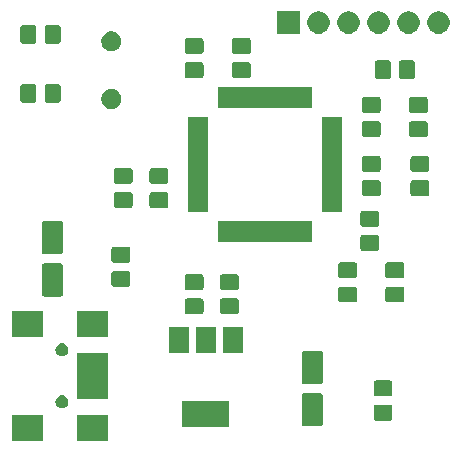
<source format=gbr>
G04 #@! TF.GenerationSoftware,KiCad,Pcbnew,5.1.5-52549c5~84~ubuntu18.04.1*
G04 #@! TF.CreationDate,2020-01-28T09:19:52+01:00*
G04 #@! TF.ProjectId,lab1,6c616231-2e6b-4696-9361-645f70636258,rev?*
G04 #@! TF.SameCoordinates,Original*
G04 #@! TF.FileFunction,Soldermask,Top*
G04 #@! TF.FilePolarity,Negative*
%FSLAX46Y46*%
G04 Gerber Fmt 4.6, Leading zero omitted, Abs format (unit mm)*
G04 Created by KiCad (PCBNEW 5.1.5-52549c5~84~ubuntu18.04.1) date 2020-01-28 09:19:52*
%MOMM*%
%LPD*%
G04 APERTURE LIST*
%ADD10C,0.100000*%
G04 APERTURE END LIST*
D10*
G36*
X198750000Y-76100000D02*
G01*
X196050000Y-76100000D01*
X196050000Y-73900000D01*
X198750000Y-73900000D01*
X198750000Y-76100000D01*
G37*
G36*
X193250000Y-76100000D02*
G01*
X190550000Y-76100000D01*
X190550000Y-73900000D01*
X193250000Y-73900000D01*
X193250000Y-76100000D01*
G37*
G36*
X209000000Y-74950000D02*
G01*
X205000000Y-74950000D01*
X205000000Y-72750000D01*
X209000000Y-72750000D01*
X209000000Y-74950000D01*
G37*
G36*
X216742673Y-72104346D02*
G01*
X216779201Y-72115427D01*
X216812861Y-72133418D01*
X216842367Y-72157633D01*
X216866582Y-72187139D01*
X216884573Y-72220799D01*
X216895654Y-72257327D01*
X216900000Y-72301454D01*
X216900000Y-74698546D01*
X216895654Y-74742673D01*
X216884573Y-74779201D01*
X216866582Y-74812861D01*
X216842367Y-74842367D01*
X216812861Y-74866582D01*
X216779201Y-74884573D01*
X216742673Y-74895654D01*
X216698546Y-74900000D01*
X215301454Y-74900000D01*
X215257327Y-74895654D01*
X215220799Y-74884573D01*
X215187139Y-74866582D01*
X215157633Y-74842367D01*
X215133418Y-74812861D01*
X215115427Y-74779201D01*
X215104346Y-74742673D01*
X215100000Y-74698546D01*
X215100000Y-72301454D01*
X215104346Y-72257327D01*
X215115427Y-72220799D01*
X215133418Y-72187139D01*
X215157633Y-72157633D01*
X215187139Y-72133418D01*
X215220799Y-72115427D01*
X215257327Y-72104346D01*
X215301454Y-72100000D01*
X216698546Y-72100000D01*
X216742673Y-72104346D01*
G37*
G36*
X222620527Y-73054874D02*
G01*
X222662214Y-73067520D01*
X222700632Y-73088055D01*
X222734308Y-73115692D01*
X222761945Y-73149368D01*
X222782480Y-73187786D01*
X222795126Y-73229473D01*
X222800000Y-73278964D01*
X222800000Y-74171036D01*
X222795126Y-74220527D01*
X222782480Y-74262214D01*
X222761945Y-74300632D01*
X222734308Y-74334308D01*
X222700632Y-74361945D01*
X222662214Y-74382480D01*
X222620527Y-74395126D01*
X222571036Y-74400000D01*
X221428964Y-74400000D01*
X221379473Y-74395126D01*
X221337786Y-74382480D01*
X221299368Y-74361945D01*
X221265692Y-74334308D01*
X221238055Y-74300632D01*
X221217520Y-74262214D01*
X221204874Y-74220527D01*
X221200000Y-74171036D01*
X221200000Y-73278964D01*
X221204874Y-73229473D01*
X221217520Y-73187786D01*
X221238055Y-73149368D01*
X221265692Y-73115692D01*
X221299368Y-73088055D01*
X221337786Y-73067520D01*
X221379473Y-73054874D01*
X221428964Y-73050000D01*
X222571036Y-73050000D01*
X222620527Y-73054874D01*
G37*
G36*
X194924770Y-72264043D02*
G01*
X194960429Y-72271136D01*
X194992228Y-72284308D01*
X195060524Y-72312597D01*
X195150602Y-72372785D01*
X195227215Y-72449398D01*
X195287403Y-72539476D01*
X195328864Y-72639572D01*
X195350000Y-72745828D01*
X195350000Y-72854172D01*
X195328864Y-72960428D01*
X195287403Y-73060524D01*
X195227215Y-73150602D01*
X195150602Y-73227215D01*
X195060524Y-73287403D01*
X195010476Y-73308133D01*
X194960429Y-73328864D01*
X194925009Y-73335909D01*
X194854172Y-73350000D01*
X194745828Y-73350000D01*
X194674991Y-73335909D01*
X194639571Y-73328864D01*
X194589524Y-73308133D01*
X194539476Y-73287403D01*
X194449398Y-73227215D01*
X194372785Y-73150602D01*
X194312597Y-73060524D01*
X194271136Y-72960428D01*
X194250000Y-72854172D01*
X194250000Y-72745828D01*
X194271136Y-72639572D01*
X194312597Y-72539476D01*
X194372785Y-72449398D01*
X194449398Y-72372785D01*
X194539476Y-72312597D01*
X194607772Y-72284308D01*
X194639571Y-72271136D01*
X194675230Y-72264043D01*
X194745828Y-72250000D01*
X194854172Y-72250000D01*
X194924770Y-72264043D01*
G37*
G36*
X198750000Y-72550000D02*
G01*
X196050000Y-72550000D01*
X196050000Y-68650000D01*
X198750000Y-68650000D01*
X198750000Y-72550000D01*
G37*
G36*
X222620527Y-71004874D02*
G01*
X222662214Y-71017520D01*
X222700632Y-71038055D01*
X222734308Y-71065692D01*
X222761945Y-71099368D01*
X222782480Y-71137786D01*
X222795126Y-71179473D01*
X222800000Y-71228964D01*
X222800000Y-72121036D01*
X222795126Y-72170527D01*
X222782480Y-72212214D01*
X222761945Y-72250632D01*
X222734308Y-72284308D01*
X222700632Y-72311945D01*
X222662214Y-72332480D01*
X222620527Y-72345126D01*
X222571036Y-72350000D01*
X221428964Y-72350000D01*
X221379473Y-72345126D01*
X221337786Y-72332480D01*
X221299368Y-72311945D01*
X221265692Y-72284308D01*
X221238055Y-72250632D01*
X221217520Y-72212214D01*
X221204874Y-72170527D01*
X221200000Y-72121036D01*
X221200000Y-71228964D01*
X221204874Y-71179473D01*
X221217520Y-71137786D01*
X221238055Y-71099368D01*
X221265692Y-71065692D01*
X221299368Y-71038055D01*
X221337786Y-71017520D01*
X221379473Y-71004874D01*
X221428964Y-71000000D01*
X222571036Y-71000000D01*
X222620527Y-71004874D01*
G37*
G36*
X216742673Y-68504346D02*
G01*
X216779201Y-68515427D01*
X216812861Y-68533418D01*
X216842367Y-68557633D01*
X216866582Y-68587139D01*
X216884573Y-68620799D01*
X216895654Y-68657327D01*
X216900000Y-68701454D01*
X216900000Y-71098546D01*
X216895654Y-71142673D01*
X216884573Y-71179201D01*
X216866582Y-71212861D01*
X216842367Y-71242367D01*
X216812861Y-71266582D01*
X216779201Y-71284573D01*
X216742673Y-71295654D01*
X216698546Y-71300000D01*
X215301454Y-71300000D01*
X215257327Y-71295654D01*
X215220799Y-71284573D01*
X215187139Y-71266582D01*
X215157633Y-71242367D01*
X215133418Y-71212861D01*
X215115427Y-71179201D01*
X215104346Y-71142673D01*
X215100000Y-71098546D01*
X215100000Y-68701454D01*
X215104346Y-68657327D01*
X215115427Y-68620799D01*
X215133418Y-68587139D01*
X215157633Y-68557633D01*
X215187139Y-68533418D01*
X215220799Y-68515427D01*
X215257327Y-68504346D01*
X215301454Y-68500000D01*
X216698546Y-68500000D01*
X216742673Y-68504346D01*
G37*
G36*
X194925009Y-67864091D02*
G01*
X194960429Y-67871136D01*
X195010476Y-67891867D01*
X195060524Y-67912597D01*
X195150602Y-67972785D01*
X195227215Y-68049398D01*
X195287403Y-68139476D01*
X195328864Y-68239572D01*
X195350000Y-68345828D01*
X195350000Y-68454172D01*
X195328864Y-68560428D01*
X195287403Y-68660524D01*
X195227215Y-68750602D01*
X195150602Y-68827215D01*
X195060524Y-68887403D01*
X195010476Y-68908133D01*
X194960429Y-68928864D01*
X194925009Y-68935909D01*
X194854172Y-68950000D01*
X194745828Y-68950000D01*
X194674991Y-68935909D01*
X194639571Y-68928864D01*
X194589524Y-68908133D01*
X194539476Y-68887403D01*
X194449398Y-68827215D01*
X194372785Y-68750602D01*
X194312597Y-68660524D01*
X194271136Y-68560428D01*
X194250000Y-68454172D01*
X194250000Y-68345828D01*
X194271136Y-68239572D01*
X194312597Y-68139476D01*
X194372785Y-68049398D01*
X194449398Y-67972785D01*
X194539476Y-67912597D01*
X194589524Y-67891867D01*
X194639571Y-67871136D01*
X194674991Y-67864091D01*
X194745828Y-67850000D01*
X194854172Y-67850000D01*
X194925009Y-67864091D01*
G37*
G36*
X205550000Y-68650000D02*
G01*
X203850000Y-68650000D01*
X203850000Y-66450000D01*
X205550000Y-66450000D01*
X205550000Y-68650000D01*
G37*
G36*
X210150000Y-68650000D02*
G01*
X208450000Y-68650000D01*
X208450000Y-66450000D01*
X210150000Y-66450000D01*
X210150000Y-68650000D01*
G37*
G36*
X207850000Y-68650000D02*
G01*
X206150000Y-68650000D01*
X206150000Y-66450000D01*
X207850000Y-66450000D01*
X207850000Y-68650000D01*
G37*
G36*
X198750000Y-67300000D02*
G01*
X196050000Y-67300000D01*
X196050000Y-65100000D01*
X198750000Y-65100000D01*
X198750000Y-67300000D01*
G37*
G36*
X193250000Y-67300000D02*
G01*
X190550000Y-67300000D01*
X190550000Y-65100000D01*
X193250000Y-65100000D01*
X193250000Y-67300000D01*
G37*
G36*
X209620527Y-64054874D02*
G01*
X209662214Y-64067520D01*
X209700632Y-64088055D01*
X209734308Y-64115692D01*
X209761945Y-64149368D01*
X209782480Y-64187786D01*
X209795126Y-64229473D01*
X209800000Y-64278964D01*
X209800000Y-65171036D01*
X209795126Y-65220527D01*
X209782480Y-65262214D01*
X209761945Y-65300632D01*
X209734308Y-65334308D01*
X209700632Y-65361945D01*
X209662214Y-65382480D01*
X209620527Y-65395126D01*
X209571036Y-65400000D01*
X208428964Y-65400000D01*
X208379473Y-65395126D01*
X208337786Y-65382480D01*
X208299368Y-65361945D01*
X208265692Y-65334308D01*
X208238055Y-65300632D01*
X208217520Y-65262214D01*
X208204874Y-65220527D01*
X208200000Y-65171036D01*
X208200000Y-64278964D01*
X208204874Y-64229473D01*
X208217520Y-64187786D01*
X208238055Y-64149368D01*
X208265692Y-64115692D01*
X208299368Y-64088055D01*
X208337786Y-64067520D01*
X208379473Y-64054874D01*
X208428964Y-64050000D01*
X209571036Y-64050000D01*
X209620527Y-64054874D01*
G37*
G36*
X206620527Y-64054874D02*
G01*
X206662214Y-64067520D01*
X206700632Y-64088055D01*
X206734308Y-64115692D01*
X206761945Y-64149368D01*
X206782480Y-64187786D01*
X206795126Y-64229473D01*
X206800000Y-64278964D01*
X206800000Y-65171036D01*
X206795126Y-65220527D01*
X206782480Y-65262214D01*
X206761945Y-65300632D01*
X206734308Y-65334308D01*
X206700632Y-65361945D01*
X206662214Y-65382480D01*
X206620527Y-65395126D01*
X206571036Y-65400000D01*
X205428964Y-65400000D01*
X205379473Y-65395126D01*
X205337786Y-65382480D01*
X205299368Y-65361945D01*
X205265692Y-65334308D01*
X205238055Y-65300632D01*
X205217520Y-65262214D01*
X205204874Y-65220527D01*
X205200000Y-65171036D01*
X205200000Y-64278964D01*
X205204874Y-64229473D01*
X205217520Y-64187786D01*
X205238055Y-64149368D01*
X205265692Y-64115692D01*
X205299368Y-64088055D01*
X205337786Y-64067520D01*
X205379473Y-64054874D01*
X205428964Y-64050000D01*
X206571036Y-64050000D01*
X206620527Y-64054874D01*
G37*
G36*
X219620527Y-63054874D02*
G01*
X219662214Y-63067520D01*
X219700632Y-63088055D01*
X219734308Y-63115692D01*
X219761945Y-63149368D01*
X219782480Y-63187786D01*
X219795126Y-63229473D01*
X219800000Y-63278964D01*
X219800000Y-64171036D01*
X219795126Y-64220527D01*
X219782480Y-64262214D01*
X219761945Y-64300632D01*
X219734308Y-64334308D01*
X219700632Y-64361945D01*
X219662214Y-64382480D01*
X219620527Y-64395126D01*
X219571036Y-64400000D01*
X218428964Y-64400000D01*
X218379473Y-64395126D01*
X218337786Y-64382480D01*
X218299368Y-64361945D01*
X218265692Y-64334308D01*
X218238055Y-64300632D01*
X218217520Y-64262214D01*
X218204874Y-64220527D01*
X218200000Y-64171036D01*
X218200000Y-63278964D01*
X218204874Y-63229473D01*
X218217520Y-63187786D01*
X218238055Y-63149368D01*
X218265692Y-63115692D01*
X218299368Y-63088055D01*
X218337786Y-63067520D01*
X218379473Y-63054874D01*
X218428964Y-63050000D01*
X219571036Y-63050000D01*
X219620527Y-63054874D01*
G37*
G36*
X223620527Y-63054874D02*
G01*
X223662214Y-63067520D01*
X223700632Y-63088055D01*
X223734308Y-63115692D01*
X223761945Y-63149368D01*
X223782480Y-63187786D01*
X223795126Y-63229473D01*
X223800000Y-63278964D01*
X223800000Y-64171036D01*
X223795126Y-64220527D01*
X223782480Y-64262214D01*
X223761945Y-64300632D01*
X223734308Y-64334308D01*
X223700632Y-64361945D01*
X223662214Y-64382480D01*
X223620527Y-64395126D01*
X223571036Y-64400000D01*
X222428964Y-64400000D01*
X222379473Y-64395126D01*
X222337786Y-64382480D01*
X222299368Y-64361945D01*
X222265692Y-64334308D01*
X222238055Y-64300632D01*
X222217520Y-64262214D01*
X222204874Y-64220527D01*
X222200000Y-64171036D01*
X222200000Y-63278964D01*
X222204874Y-63229473D01*
X222217520Y-63187786D01*
X222238055Y-63149368D01*
X222265692Y-63115692D01*
X222299368Y-63088055D01*
X222337786Y-63067520D01*
X222379473Y-63054874D01*
X222428964Y-63050000D01*
X223571036Y-63050000D01*
X223620527Y-63054874D01*
G37*
G36*
X194742673Y-61104346D02*
G01*
X194779201Y-61115427D01*
X194812861Y-61133418D01*
X194842367Y-61157633D01*
X194866582Y-61187139D01*
X194884573Y-61220799D01*
X194895654Y-61257327D01*
X194900000Y-61301454D01*
X194900000Y-63698546D01*
X194895654Y-63742673D01*
X194884573Y-63779201D01*
X194866582Y-63812861D01*
X194842367Y-63842367D01*
X194812861Y-63866582D01*
X194779201Y-63884573D01*
X194742673Y-63895654D01*
X194698546Y-63900000D01*
X193301454Y-63900000D01*
X193257327Y-63895654D01*
X193220799Y-63884573D01*
X193187139Y-63866582D01*
X193157633Y-63842367D01*
X193133418Y-63812861D01*
X193115427Y-63779201D01*
X193104346Y-63742673D01*
X193100000Y-63698546D01*
X193100000Y-61301454D01*
X193104346Y-61257327D01*
X193115427Y-61220799D01*
X193133418Y-61187139D01*
X193157633Y-61157633D01*
X193187139Y-61133418D01*
X193220799Y-61115427D01*
X193257327Y-61104346D01*
X193301454Y-61100000D01*
X194698546Y-61100000D01*
X194742673Y-61104346D01*
G37*
G36*
X209620527Y-62004874D02*
G01*
X209662214Y-62017520D01*
X209700632Y-62038055D01*
X209734308Y-62065692D01*
X209761945Y-62099368D01*
X209782480Y-62137786D01*
X209795126Y-62179473D01*
X209800000Y-62228964D01*
X209800000Y-63121036D01*
X209795126Y-63170527D01*
X209782480Y-63212214D01*
X209761945Y-63250632D01*
X209734308Y-63284308D01*
X209700632Y-63311945D01*
X209662214Y-63332480D01*
X209620527Y-63345126D01*
X209571036Y-63350000D01*
X208428964Y-63350000D01*
X208379473Y-63345126D01*
X208337786Y-63332480D01*
X208299368Y-63311945D01*
X208265692Y-63284308D01*
X208238055Y-63250632D01*
X208217520Y-63212214D01*
X208204874Y-63170527D01*
X208200000Y-63121036D01*
X208200000Y-62228964D01*
X208204874Y-62179473D01*
X208217520Y-62137786D01*
X208238055Y-62099368D01*
X208265692Y-62065692D01*
X208299368Y-62038055D01*
X208337786Y-62017520D01*
X208379473Y-62004874D01*
X208428964Y-62000000D01*
X209571036Y-62000000D01*
X209620527Y-62004874D01*
G37*
G36*
X206620527Y-62004874D02*
G01*
X206662214Y-62017520D01*
X206700632Y-62038055D01*
X206734308Y-62065692D01*
X206761945Y-62099368D01*
X206782480Y-62137786D01*
X206795126Y-62179473D01*
X206800000Y-62228964D01*
X206800000Y-63121036D01*
X206795126Y-63170527D01*
X206782480Y-63212214D01*
X206761945Y-63250632D01*
X206734308Y-63284308D01*
X206700632Y-63311945D01*
X206662214Y-63332480D01*
X206620527Y-63345126D01*
X206571036Y-63350000D01*
X205428964Y-63350000D01*
X205379473Y-63345126D01*
X205337786Y-63332480D01*
X205299368Y-63311945D01*
X205265692Y-63284308D01*
X205238055Y-63250632D01*
X205217520Y-63212214D01*
X205204874Y-63170527D01*
X205200000Y-63121036D01*
X205200000Y-62228964D01*
X205204874Y-62179473D01*
X205217520Y-62137786D01*
X205238055Y-62099368D01*
X205265692Y-62065692D01*
X205299368Y-62038055D01*
X205337786Y-62017520D01*
X205379473Y-62004874D01*
X205428964Y-62000000D01*
X206571036Y-62000000D01*
X206620527Y-62004874D01*
G37*
G36*
X200420527Y-61729874D02*
G01*
X200462214Y-61742520D01*
X200500632Y-61763055D01*
X200534308Y-61790692D01*
X200561945Y-61824368D01*
X200582480Y-61862786D01*
X200595126Y-61904473D01*
X200600000Y-61953964D01*
X200600000Y-62846036D01*
X200595126Y-62895527D01*
X200582480Y-62937214D01*
X200561945Y-62975632D01*
X200534308Y-63009308D01*
X200500632Y-63036945D01*
X200462214Y-63057480D01*
X200420527Y-63070126D01*
X200371036Y-63075000D01*
X199228964Y-63075000D01*
X199179473Y-63070126D01*
X199137786Y-63057480D01*
X199099368Y-63036945D01*
X199065692Y-63009308D01*
X199038055Y-62975632D01*
X199017520Y-62937214D01*
X199004874Y-62895527D01*
X199000000Y-62846036D01*
X199000000Y-61953964D01*
X199004874Y-61904473D01*
X199017520Y-61862786D01*
X199038055Y-61824368D01*
X199065692Y-61790692D01*
X199099368Y-61763055D01*
X199137786Y-61742520D01*
X199179473Y-61729874D01*
X199228964Y-61725000D01*
X200371036Y-61725000D01*
X200420527Y-61729874D01*
G37*
G36*
X219620527Y-61004874D02*
G01*
X219662214Y-61017520D01*
X219700632Y-61038055D01*
X219734308Y-61065692D01*
X219761945Y-61099368D01*
X219782480Y-61137786D01*
X219795126Y-61179473D01*
X219800000Y-61228964D01*
X219800000Y-62121036D01*
X219795126Y-62170527D01*
X219782480Y-62212214D01*
X219761945Y-62250632D01*
X219734308Y-62284308D01*
X219700632Y-62311945D01*
X219662214Y-62332480D01*
X219620527Y-62345126D01*
X219571036Y-62350000D01*
X218428964Y-62350000D01*
X218379473Y-62345126D01*
X218337786Y-62332480D01*
X218299368Y-62311945D01*
X218265692Y-62284308D01*
X218238055Y-62250632D01*
X218217520Y-62212214D01*
X218204874Y-62170527D01*
X218200000Y-62121036D01*
X218200000Y-61228964D01*
X218204874Y-61179473D01*
X218217520Y-61137786D01*
X218238055Y-61099368D01*
X218265692Y-61065692D01*
X218299368Y-61038055D01*
X218337786Y-61017520D01*
X218379473Y-61004874D01*
X218428964Y-61000000D01*
X219571036Y-61000000D01*
X219620527Y-61004874D01*
G37*
G36*
X223620527Y-61004874D02*
G01*
X223662214Y-61017520D01*
X223700632Y-61038055D01*
X223734308Y-61065692D01*
X223761945Y-61099368D01*
X223782480Y-61137786D01*
X223795126Y-61179473D01*
X223800000Y-61228964D01*
X223800000Y-62121036D01*
X223795126Y-62170527D01*
X223782480Y-62212214D01*
X223761945Y-62250632D01*
X223734308Y-62284308D01*
X223700632Y-62311945D01*
X223662214Y-62332480D01*
X223620527Y-62345126D01*
X223571036Y-62350000D01*
X222428964Y-62350000D01*
X222379473Y-62345126D01*
X222337786Y-62332480D01*
X222299368Y-62311945D01*
X222265692Y-62284308D01*
X222238055Y-62250632D01*
X222217520Y-62212214D01*
X222204874Y-62170527D01*
X222200000Y-62121036D01*
X222200000Y-61228964D01*
X222204874Y-61179473D01*
X222217520Y-61137786D01*
X222238055Y-61099368D01*
X222265692Y-61065692D01*
X222299368Y-61038055D01*
X222337786Y-61017520D01*
X222379473Y-61004874D01*
X222428964Y-61000000D01*
X223571036Y-61000000D01*
X223620527Y-61004874D01*
G37*
G36*
X200420527Y-59679874D02*
G01*
X200462214Y-59692520D01*
X200500632Y-59713055D01*
X200534308Y-59740692D01*
X200561945Y-59774368D01*
X200582480Y-59812786D01*
X200595126Y-59854473D01*
X200600000Y-59903964D01*
X200600000Y-60796036D01*
X200595126Y-60845527D01*
X200582480Y-60887214D01*
X200561945Y-60925632D01*
X200534308Y-60959308D01*
X200500632Y-60986945D01*
X200462214Y-61007480D01*
X200420527Y-61020126D01*
X200371036Y-61025000D01*
X199228964Y-61025000D01*
X199179473Y-61020126D01*
X199137786Y-61007480D01*
X199099368Y-60986945D01*
X199065692Y-60959308D01*
X199038055Y-60925632D01*
X199017520Y-60887214D01*
X199004874Y-60845527D01*
X199000000Y-60796036D01*
X199000000Y-59903964D01*
X199004874Y-59854473D01*
X199017520Y-59812786D01*
X199038055Y-59774368D01*
X199065692Y-59740692D01*
X199099368Y-59713055D01*
X199137786Y-59692520D01*
X199179473Y-59679874D01*
X199228964Y-59675000D01*
X200371036Y-59675000D01*
X200420527Y-59679874D01*
G37*
G36*
X194742673Y-57504346D02*
G01*
X194779201Y-57515427D01*
X194812861Y-57533418D01*
X194842367Y-57557633D01*
X194866582Y-57587139D01*
X194884573Y-57620799D01*
X194895654Y-57657327D01*
X194900000Y-57701454D01*
X194900000Y-60098546D01*
X194895654Y-60142673D01*
X194884573Y-60179201D01*
X194866582Y-60212861D01*
X194842367Y-60242367D01*
X194812861Y-60266582D01*
X194779201Y-60284573D01*
X194742673Y-60295654D01*
X194698546Y-60300000D01*
X193301454Y-60300000D01*
X193257327Y-60295654D01*
X193220799Y-60284573D01*
X193187139Y-60266582D01*
X193157633Y-60242367D01*
X193133418Y-60212861D01*
X193115427Y-60179201D01*
X193104346Y-60142673D01*
X193100000Y-60098546D01*
X193100000Y-57701454D01*
X193104346Y-57657327D01*
X193115427Y-57620799D01*
X193133418Y-57587139D01*
X193157633Y-57557633D01*
X193187139Y-57533418D01*
X193220799Y-57515427D01*
X193257327Y-57504346D01*
X193301454Y-57500000D01*
X194698546Y-57500000D01*
X194742673Y-57504346D01*
G37*
G36*
X221495526Y-58679873D02*
G01*
X221537213Y-58692519D01*
X221575631Y-58713054D01*
X221609307Y-58740691D01*
X221636944Y-58774367D01*
X221657479Y-58812785D01*
X221670125Y-58854472D01*
X221674999Y-58903963D01*
X221674999Y-59796035D01*
X221670125Y-59845526D01*
X221657479Y-59887213D01*
X221636944Y-59925631D01*
X221609307Y-59959307D01*
X221575631Y-59986944D01*
X221537213Y-60007479D01*
X221495526Y-60020125D01*
X221446035Y-60024999D01*
X220303963Y-60024999D01*
X220254472Y-60020125D01*
X220212785Y-60007479D01*
X220174367Y-59986944D01*
X220140691Y-59959307D01*
X220113054Y-59925631D01*
X220092519Y-59887213D01*
X220079873Y-59845526D01*
X220074999Y-59796035D01*
X220074999Y-58903963D01*
X220079873Y-58854472D01*
X220092519Y-58812785D01*
X220113054Y-58774367D01*
X220140691Y-58740691D01*
X220174367Y-58713054D01*
X220212785Y-58692519D01*
X220254472Y-58679873D01*
X220303963Y-58674999D01*
X221446035Y-58674999D01*
X221495526Y-58679873D01*
G37*
G36*
X208449573Y-57501794D02*
G01*
X208463715Y-57506084D01*
X208487748Y-57510864D01*
X208512252Y-57510864D01*
X208536285Y-57506084D01*
X208550427Y-57501794D01*
X208568641Y-57500000D01*
X208931359Y-57500000D01*
X208949573Y-57501794D01*
X208963715Y-57506084D01*
X208987748Y-57510864D01*
X209012252Y-57510864D01*
X209036285Y-57506084D01*
X209050427Y-57501794D01*
X209068641Y-57500000D01*
X209431359Y-57500000D01*
X209449573Y-57501794D01*
X209463715Y-57506084D01*
X209487748Y-57510864D01*
X209512252Y-57510864D01*
X209536285Y-57506084D01*
X209550427Y-57501794D01*
X209568641Y-57500000D01*
X209931359Y-57500000D01*
X209949573Y-57501794D01*
X209963715Y-57506084D01*
X209987748Y-57510864D01*
X210012252Y-57510864D01*
X210036285Y-57506084D01*
X210050427Y-57501794D01*
X210068641Y-57500000D01*
X210431359Y-57500000D01*
X210449573Y-57501794D01*
X210463715Y-57506084D01*
X210487748Y-57510864D01*
X210512252Y-57510864D01*
X210536285Y-57506084D01*
X210550427Y-57501794D01*
X210568641Y-57500000D01*
X210931359Y-57500000D01*
X210949573Y-57501794D01*
X210963715Y-57506084D01*
X210987748Y-57510864D01*
X211012252Y-57510864D01*
X211036285Y-57506084D01*
X211050427Y-57501794D01*
X211068641Y-57500000D01*
X211431359Y-57500000D01*
X211449573Y-57501794D01*
X211463715Y-57506084D01*
X211487748Y-57510864D01*
X211512252Y-57510864D01*
X211536285Y-57506084D01*
X211550427Y-57501794D01*
X211568641Y-57500000D01*
X211931359Y-57500000D01*
X211949573Y-57501794D01*
X211963715Y-57506084D01*
X211987748Y-57510864D01*
X212012252Y-57510864D01*
X212036285Y-57506084D01*
X212050427Y-57501794D01*
X212068641Y-57500000D01*
X212431359Y-57500000D01*
X212449573Y-57501794D01*
X212463715Y-57506084D01*
X212487748Y-57510864D01*
X212512252Y-57510864D01*
X212536285Y-57506084D01*
X212550427Y-57501794D01*
X212568641Y-57500000D01*
X212931359Y-57500000D01*
X212949573Y-57501794D01*
X212963715Y-57506084D01*
X212987748Y-57510864D01*
X213012252Y-57510864D01*
X213036285Y-57506084D01*
X213050427Y-57501794D01*
X213068641Y-57500000D01*
X213431359Y-57500000D01*
X213449573Y-57501794D01*
X213463715Y-57506084D01*
X213487748Y-57510864D01*
X213512252Y-57510864D01*
X213536285Y-57506084D01*
X213550427Y-57501794D01*
X213568641Y-57500000D01*
X213931359Y-57500000D01*
X213949573Y-57501794D01*
X213963715Y-57506084D01*
X213987748Y-57510864D01*
X214012252Y-57510864D01*
X214036285Y-57506084D01*
X214050427Y-57501794D01*
X214068641Y-57500000D01*
X214431359Y-57500000D01*
X214449573Y-57501794D01*
X214463715Y-57506084D01*
X214487748Y-57510864D01*
X214512252Y-57510864D01*
X214536285Y-57506084D01*
X214550427Y-57501794D01*
X214568641Y-57500000D01*
X214931359Y-57500000D01*
X214949573Y-57501794D01*
X214963715Y-57506084D01*
X214987748Y-57510864D01*
X215012252Y-57510864D01*
X215036285Y-57506084D01*
X215050427Y-57501794D01*
X215068641Y-57500000D01*
X215431359Y-57500000D01*
X215449573Y-57501794D01*
X215463715Y-57506084D01*
X215487748Y-57510864D01*
X215512252Y-57510864D01*
X215536285Y-57506084D01*
X215550427Y-57501794D01*
X215568641Y-57500000D01*
X215931359Y-57500000D01*
X215949571Y-57501794D01*
X215961192Y-57505319D01*
X215971887Y-57511036D01*
X215981267Y-57518733D01*
X215988964Y-57528113D01*
X215994681Y-57538808D01*
X215998206Y-57550429D01*
X216000000Y-57568641D01*
X216000000Y-59181359D01*
X215998206Y-59199571D01*
X215994681Y-59211192D01*
X215988964Y-59221887D01*
X215981267Y-59231267D01*
X215971887Y-59238964D01*
X215961192Y-59244681D01*
X215949571Y-59248206D01*
X215931359Y-59250000D01*
X215568641Y-59250000D01*
X215550427Y-59248206D01*
X215536285Y-59243916D01*
X215512252Y-59239136D01*
X215487748Y-59239136D01*
X215463715Y-59243916D01*
X215449573Y-59248206D01*
X215431359Y-59250000D01*
X215068641Y-59250000D01*
X215050427Y-59248206D01*
X215036285Y-59243916D01*
X215012252Y-59239136D01*
X214987748Y-59239136D01*
X214963715Y-59243916D01*
X214949573Y-59248206D01*
X214931359Y-59250000D01*
X214568641Y-59250000D01*
X214550427Y-59248206D01*
X214536285Y-59243916D01*
X214512252Y-59239136D01*
X214487748Y-59239136D01*
X214463715Y-59243916D01*
X214449573Y-59248206D01*
X214431359Y-59250000D01*
X214068641Y-59250000D01*
X214050427Y-59248206D01*
X214036285Y-59243916D01*
X214012252Y-59239136D01*
X213987748Y-59239136D01*
X213963715Y-59243916D01*
X213949573Y-59248206D01*
X213931359Y-59250000D01*
X213568641Y-59250000D01*
X213550427Y-59248206D01*
X213536285Y-59243916D01*
X213512252Y-59239136D01*
X213487748Y-59239136D01*
X213463715Y-59243916D01*
X213449573Y-59248206D01*
X213431359Y-59250000D01*
X213068641Y-59250000D01*
X213050427Y-59248206D01*
X213036285Y-59243916D01*
X213012252Y-59239136D01*
X212987748Y-59239136D01*
X212963715Y-59243916D01*
X212949573Y-59248206D01*
X212931359Y-59250000D01*
X212568641Y-59250000D01*
X212550427Y-59248206D01*
X212536285Y-59243916D01*
X212512252Y-59239136D01*
X212487748Y-59239136D01*
X212463715Y-59243916D01*
X212449573Y-59248206D01*
X212431359Y-59250000D01*
X212068641Y-59250000D01*
X212050427Y-59248206D01*
X212036285Y-59243916D01*
X212012252Y-59239136D01*
X211987748Y-59239136D01*
X211963715Y-59243916D01*
X211949573Y-59248206D01*
X211931359Y-59250000D01*
X211568641Y-59250000D01*
X211550427Y-59248206D01*
X211536285Y-59243916D01*
X211512252Y-59239136D01*
X211487748Y-59239136D01*
X211463715Y-59243916D01*
X211449573Y-59248206D01*
X211431359Y-59250000D01*
X211068641Y-59250000D01*
X211050427Y-59248206D01*
X211036285Y-59243916D01*
X211012252Y-59239136D01*
X210987748Y-59239136D01*
X210963715Y-59243916D01*
X210949573Y-59248206D01*
X210931359Y-59250000D01*
X210568641Y-59250000D01*
X210550427Y-59248206D01*
X210536285Y-59243916D01*
X210512252Y-59239136D01*
X210487748Y-59239136D01*
X210463715Y-59243916D01*
X210449573Y-59248206D01*
X210431359Y-59250000D01*
X210068641Y-59250000D01*
X210050427Y-59248206D01*
X210036285Y-59243916D01*
X210012252Y-59239136D01*
X209987748Y-59239136D01*
X209963715Y-59243916D01*
X209949573Y-59248206D01*
X209931359Y-59250000D01*
X209568641Y-59250000D01*
X209550427Y-59248206D01*
X209536285Y-59243916D01*
X209512252Y-59239136D01*
X209487748Y-59239136D01*
X209463715Y-59243916D01*
X209449573Y-59248206D01*
X209431359Y-59250000D01*
X209068641Y-59250000D01*
X209050427Y-59248206D01*
X209036285Y-59243916D01*
X209012252Y-59239136D01*
X208987748Y-59239136D01*
X208963715Y-59243916D01*
X208949573Y-59248206D01*
X208931359Y-59250000D01*
X208568641Y-59250000D01*
X208550427Y-59248206D01*
X208536285Y-59243916D01*
X208512252Y-59239136D01*
X208487748Y-59239136D01*
X208463715Y-59243916D01*
X208449573Y-59248206D01*
X208431359Y-59250000D01*
X208068641Y-59250000D01*
X208050429Y-59248206D01*
X208038808Y-59244681D01*
X208028113Y-59238964D01*
X208018733Y-59231267D01*
X208011036Y-59221887D01*
X208005319Y-59211192D01*
X208001794Y-59199571D01*
X208000000Y-59181359D01*
X208000000Y-57568641D01*
X208001794Y-57550429D01*
X208005319Y-57538808D01*
X208011036Y-57528113D01*
X208018733Y-57518733D01*
X208028113Y-57511036D01*
X208038808Y-57505319D01*
X208050429Y-57501794D01*
X208068641Y-57500000D01*
X208431359Y-57500000D01*
X208449573Y-57501794D01*
G37*
G36*
X221495526Y-56629873D02*
G01*
X221537213Y-56642519D01*
X221575631Y-56663054D01*
X221609307Y-56690691D01*
X221636944Y-56724367D01*
X221657479Y-56762785D01*
X221670125Y-56804472D01*
X221674999Y-56853963D01*
X221674999Y-57746035D01*
X221670125Y-57795526D01*
X221657479Y-57837213D01*
X221636944Y-57875631D01*
X221609307Y-57909307D01*
X221575631Y-57936944D01*
X221537213Y-57957479D01*
X221495526Y-57970125D01*
X221446035Y-57974999D01*
X220303963Y-57974999D01*
X220254472Y-57970125D01*
X220212785Y-57957479D01*
X220174367Y-57936944D01*
X220140691Y-57909307D01*
X220113054Y-57875631D01*
X220092519Y-57837213D01*
X220079873Y-57795526D01*
X220074999Y-57746035D01*
X220074999Y-56853963D01*
X220079873Y-56804472D01*
X220092519Y-56762785D01*
X220113054Y-56724367D01*
X220140691Y-56690691D01*
X220174367Y-56663054D01*
X220212785Y-56642519D01*
X220254472Y-56629873D01*
X220303963Y-56624999D01*
X221446035Y-56624999D01*
X221495526Y-56629873D01*
G37*
G36*
X207149571Y-48701794D02*
G01*
X207161192Y-48705319D01*
X207171887Y-48711036D01*
X207181267Y-48718733D01*
X207188964Y-48728113D01*
X207194681Y-48738808D01*
X207198206Y-48750429D01*
X207200000Y-48768641D01*
X207200000Y-49131359D01*
X207198206Y-49149573D01*
X207193916Y-49163715D01*
X207189136Y-49187748D01*
X207189136Y-49212252D01*
X207193916Y-49236285D01*
X207198206Y-49250427D01*
X207200000Y-49268641D01*
X207200000Y-49631359D01*
X207198206Y-49649573D01*
X207193916Y-49663715D01*
X207189136Y-49687748D01*
X207189136Y-49712252D01*
X207193916Y-49736285D01*
X207198206Y-49750427D01*
X207200000Y-49768641D01*
X207200000Y-50131359D01*
X207198206Y-50149573D01*
X207193916Y-50163715D01*
X207189136Y-50187748D01*
X207189136Y-50212252D01*
X207193916Y-50236285D01*
X207198206Y-50250427D01*
X207200000Y-50268641D01*
X207200000Y-50631359D01*
X207198206Y-50649573D01*
X207193916Y-50663715D01*
X207189136Y-50687748D01*
X207189136Y-50712252D01*
X207193916Y-50736285D01*
X207198206Y-50750427D01*
X207200000Y-50768641D01*
X207200000Y-51131359D01*
X207198206Y-51149573D01*
X207193916Y-51163715D01*
X207189136Y-51187748D01*
X207189136Y-51212252D01*
X207193916Y-51236285D01*
X207198206Y-51250427D01*
X207200000Y-51268641D01*
X207200000Y-51631359D01*
X207198206Y-51649573D01*
X207193916Y-51663715D01*
X207189136Y-51687748D01*
X207189136Y-51712252D01*
X207193916Y-51736285D01*
X207198206Y-51750427D01*
X207200000Y-51768641D01*
X207200000Y-52131359D01*
X207198206Y-52149573D01*
X207193916Y-52163715D01*
X207189136Y-52187748D01*
X207189136Y-52212252D01*
X207193916Y-52236285D01*
X207198206Y-52250427D01*
X207200000Y-52268641D01*
X207200000Y-52631359D01*
X207198206Y-52649573D01*
X207193916Y-52663715D01*
X207189136Y-52687748D01*
X207189136Y-52712252D01*
X207193916Y-52736285D01*
X207198206Y-52750427D01*
X207200000Y-52768641D01*
X207200000Y-53131359D01*
X207198206Y-53149573D01*
X207193916Y-53163715D01*
X207189136Y-53187748D01*
X207189136Y-53212252D01*
X207193916Y-53236285D01*
X207198206Y-53250427D01*
X207200000Y-53268641D01*
X207200000Y-53631359D01*
X207198206Y-53649573D01*
X207193916Y-53663715D01*
X207189136Y-53687748D01*
X207189136Y-53712252D01*
X207193916Y-53736285D01*
X207198206Y-53750427D01*
X207200000Y-53768641D01*
X207200000Y-54131359D01*
X207198206Y-54149573D01*
X207193916Y-54163715D01*
X207189136Y-54187748D01*
X207189136Y-54212252D01*
X207193916Y-54236285D01*
X207198206Y-54250427D01*
X207200000Y-54268641D01*
X207200000Y-54631359D01*
X207198206Y-54649573D01*
X207193916Y-54663715D01*
X207189136Y-54687748D01*
X207189136Y-54712252D01*
X207193916Y-54736285D01*
X207198206Y-54750427D01*
X207200000Y-54768641D01*
X207200000Y-55131359D01*
X207198206Y-55149573D01*
X207193916Y-55163715D01*
X207189136Y-55187748D01*
X207189136Y-55212252D01*
X207193916Y-55236285D01*
X207198206Y-55250427D01*
X207200000Y-55268641D01*
X207200000Y-55631359D01*
X207198206Y-55649573D01*
X207193916Y-55663715D01*
X207189136Y-55687748D01*
X207189136Y-55712252D01*
X207193916Y-55736285D01*
X207198206Y-55750427D01*
X207200000Y-55768641D01*
X207200000Y-56131359D01*
X207198206Y-56149573D01*
X207193916Y-56163715D01*
X207189136Y-56187748D01*
X207189136Y-56212252D01*
X207193916Y-56236285D01*
X207198206Y-56250427D01*
X207200000Y-56268641D01*
X207200000Y-56631359D01*
X207198206Y-56649571D01*
X207194681Y-56661192D01*
X207188964Y-56671887D01*
X207181267Y-56681267D01*
X207171887Y-56688964D01*
X207161192Y-56694681D01*
X207149571Y-56698206D01*
X207131359Y-56700000D01*
X205518641Y-56700000D01*
X205500429Y-56698206D01*
X205488808Y-56694681D01*
X205478113Y-56688964D01*
X205468733Y-56681267D01*
X205461036Y-56671887D01*
X205455319Y-56661192D01*
X205451794Y-56649571D01*
X205450000Y-56631359D01*
X205450000Y-56268641D01*
X205451794Y-56250427D01*
X205456084Y-56236285D01*
X205460864Y-56212252D01*
X205460864Y-56187748D01*
X205456084Y-56163715D01*
X205451794Y-56149573D01*
X205450000Y-56131359D01*
X205450000Y-55768641D01*
X205451794Y-55750427D01*
X205456084Y-55736285D01*
X205460864Y-55712252D01*
X205460864Y-55687748D01*
X205456084Y-55663715D01*
X205451794Y-55649573D01*
X205450000Y-55631359D01*
X205450000Y-55268641D01*
X205451794Y-55250427D01*
X205456084Y-55236285D01*
X205460864Y-55212252D01*
X205460864Y-55187748D01*
X205456084Y-55163715D01*
X205451794Y-55149573D01*
X205450000Y-55131359D01*
X205450000Y-54768641D01*
X205451794Y-54750427D01*
X205456084Y-54736285D01*
X205460864Y-54712252D01*
X205460864Y-54687748D01*
X205456084Y-54663715D01*
X205451794Y-54649573D01*
X205450000Y-54631359D01*
X205450000Y-54268641D01*
X205451794Y-54250427D01*
X205456084Y-54236285D01*
X205460864Y-54212252D01*
X205460864Y-54187748D01*
X205456084Y-54163715D01*
X205451794Y-54149573D01*
X205450000Y-54131359D01*
X205450000Y-53768641D01*
X205451794Y-53750427D01*
X205456084Y-53736285D01*
X205460864Y-53712252D01*
X205460864Y-53687748D01*
X205456084Y-53663715D01*
X205451794Y-53649573D01*
X205450000Y-53631359D01*
X205450000Y-53268641D01*
X205451794Y-53250427D01*
X205456084Y-53236285D01*
X205460864Y-53212252D01*
X205460864Y-53187748D01*
X205456084Y-53163715D01*
X205451794Y-53149573D01*
X205450000Y-53131359D01*
X205450000Y-52768641D01*
X205451794Y-52750427D01*
X205456084Y-52736285D01*
X205460864Y-52712252D01*
X205460864Y-52687748D01*
X205456084Y-52663715D01*
X205451794Y-52649573D01*
X205450000Y-52631359D01*
X205450000Y-52268641D01*
X205451794Y-52250427D01*
X205456084Y-52236285D01*
X205460864Y-52212252D01*
X205460864Y-52187748D01*
X205456084Y-52163715D01*
X205451794Y-52149573D01*
X205450000Y-52131359D01*
X205450000Y-51768641D01*
X205451794Y-51750427D01*
X205456084Y-51736285D01*
X205460864Y-51712252D01*
X205460864Y-51687748D01*
X205456084Y-51663715D01*
X205451794Y-51649573D01*
X205450000Y-51631359D01*
X205450000Y-51268641D01*
X205451794Y-51250427D01*
X205456084Y-51236285D01*
X205460864Y-51212252D01*
X205460864Y-51187748D01*
X205456084Y-51163715D01*
X205451794Y-51149573D01*
X205450000Y-51131359D01*
X205450000Y-50768641D01*
X205451794Y-50750427D01*
X205456084Y-50736285D01*
X205460864Y-50712252D01*
X205460864Y-50687748D01*
X205456084Y-50663715D01*
X205451794Y-50649573D01*
X205450000Y-50631359D01*
X205450000Y-50268641D01*
X205451794Y-50250427D01*
X205456084Y-50236285D01*
X205460864Y-50212252D01*
X205460864Y-50187748D01*
X205456084Y-50163715D01*
X205451794Y-50149573D01*
X205450000Y-50131359D01*
X205450000Y-49768641D01*
X205451794Y-49750427D01*
X205456084Y-49736285D01*
X205460864Y-49712252D01*
X205460864Y-49687748D01*
X205456084Y-49663715D01*
X205451794Y-49649573D01*
X205450000Y-49631359D01*
X205450000Y-49268641D01*
X205451794Y-49250427D01*
X205456084Y-49236285D01*
X205460864Y-49212252D01*
X205460864Y-49187748D01*
X205456084Y-49163715D01*
X205451794Y-49149573D01*
X205450000Y-49131359D01*
X205450000Y-48768641D01*
X205451794Y-48750429D01*
X205455319Y-48738808D01*
X205461036Y-48728113D01*
X205468733Y-48718733D01*
X205478113Y-48711036D01*
X205488808Y-48705319D01*
X205500429Y-48701794D01*
X205518641Y-48700000D01*
X207131359Y-48700000D01*
X207149571Y-48701794D01*
G37*
G36*
X218499571Y-48701794D02*
G01*
X218511192Y-48705319D01*
X218521887Y-48711036D01*
X218531267Y-48718733D01*
X218538964Y-48728113D01*
X218544681Y-48738808D01*
X218548206Y-48750429D01*
X218550000Y-48768641D01*
X218550000Y-49131359D01*
X218548206Y-49149573D01*
X218543916Y-49163715D01*
X218539136Y-49187748D01*
X218539136Y-49212252D01*
X218543916Y-49236285D01*
X218548206Y-49250427D01*
X218550000Y-49268641D01*
X218550000Y-49631359D01*
X218548206Y-49649573D01*
X218543916Y-49663715D01*
X218539136Y-49687748D01*
X218539136Y-49712252D01*
X218543916Y-49736285D01*
X218548206Y-49750427D01*
X218550000Y-49768641D01*
X218550000Y-50131359D01*
X218548206Y-50149573D01*
X218543916Y-50163715D01*
X218539136Y-50187748D01*
X218539136Y-50212252D01*
X218543916Y-50236285D01*
X218548206Y-50250427D01*
X218550000Y-50268641D01*
X218550000Y-50631359D01*
X218548206Y-50649573D01*
X218543916Y-50663715D01*
X218539136Y-50687748D01*
X218539136Y-50712252D01*
X218543916Y-50736285D01*
X218548206Y-50750427D01*
X218550000Y-50768641D01*
X218550000Y-51131359D01*
X218548206Y-51149573D01*
X218543916Y-51163715D01*
X218539136Y-51187748D01*
X218539136Y-51212252D01*
X218543916Y-51236285D01*
X218548206Y-51250427D01*
X218550000Y-51268641D01*
X218550000Y-51631359D01*
X218548206Y-51649573D01*
X218543916Y-51663715D01*
X218539136Y-51687748D01*
X218539136Y-51712252D01*
X218543916Y-51736285D01*
X218548206Y-51750427D01*
X218550000Y-51768641D01*
X218550000Y-52131359D01*
X218548206Y-52149573D01*
X218543916Y-52163715D01*
X218539136Y-52187748D01*
X218539136Y-52212252D01*
X218543916Y-52236285D01*
X218548206Y-52250427D01*
X218550000Y-52268641D01*
X218550000Y-52631359D01*
X218548206Y-52649573D01*
X218543916Y-52663715D01*
X218539136Y-52687748D01*
X218539136Y-52712252D01*
X218543916Y-52736285D01*
X218548206Y-52750427D01*
X218550000Y-52768641D01*
X218550000Y-53131359D01*
X218548206Y-53149573D01*
X218543916Y-53163715D01*
X218539136Y-53187748D01*
X218539136Y-53212252D01*
X218543916Y-53236285D01*
X218548206Y-53250427D01*
X218550000Y-53268641D01*
X218550000Y-53631359D01*
X218548206Y-53649573D01*
X218543916Y-53663715D01*
X218539136Y-53687748D01*
X218539136Y-53712252D01*
X218543916Y-53736285D01*
X218548206Y-53750427D01*
X218550000Y-53768641D01*
X218550000Y-54131359D01*
X218548206Y-54149573D01*
X218543916Y-54163715D01*
X218539136Y-54187748D01*
X218539136Y-54212252D01*
X218543916Y-54236285D01*
X218548206Y-54250427D01*
X218550000Y-54268641D01*
X218550000Y-54631359D01*
X218548206Y-54649573D01*
X218543916Y-54663715D01*
X218539136Y-54687748D01*
X218539136Y-54712252D01*
X218543916Y-54736285D01*
X218548206Y-54750427D01*
X218550000Y-54768641D01*
X218550000Y-55131359D01*
X218548206Y-55149573D01*
X218543916Y-55163715D01*
X218539136Y-55187748D01*
X218539136Y-55212252D01*
X218543916Y-55236285D01*
X218548206Y-55250427D01*
X218550000Y-55268641D01*
X218550000Y-55631359D01*
X218548206Y-55649573D01*
X218543916Y-55663715D01*
X218539136Y-55687748D01*
X218539136Y-55712252D01*
X218543916Y-55736285D01*
X218548206Y-55750427D01*
X218550000Y-55768641D01*
X218550000Y-56131359D01*
X218548206Y-56149573D01*
X218543916Y-56163715D01*
X218539136Y-56187748D01*
X218539136Y-56212252D01*
X218543916Y-56236285D01*
X218548206Y-56250427D01*
X218550000Y-56268641D01*
X218550000Y-56631359D01*
X218548206Y-56649571D01*
X218544681Y-56661192D01*
X218538964Y-56671887D01*
X218531267Y-56681267D01*
X218521887Y-56688964D01*
X218511192Y-56694681D01*
X218499571Y-56698206D01*
X218481359Y-56700000D01*
X216868641Y-56700000D01*
X216850429Y-56698206D01*
X216838808Y-56694681D01*
X216828113Y-56688964D01*
X216818733Y-56681267D01*
X216811036Y-56671887D01*
X216805319Y-56661192D01*
X216801794Y-56649571D01*
X216800000Y-56631359D01*
X216800000Y-56268641D01*
X216801794Y-56250427D01*
X216806084Y-56236285D01*
X216810864Y-56212252D01*
X216810864Y-56187748D01*
X216806084Y-56163715D01*
X216801794Y-56149573D01*
X216800000Y-56131359D01*
X216800000Y-55768641D01*
X216801794Y-55750427D01*
X216806084Y-55736285D01*
X216810864Y-55712252D01*
X216810864Y-55687748D01*
X216806084Y-55663715D01*
X216801794Y-55649573D01*
X216800000Y-55631359D01*
X216800000Y-55268641D01*
X216801794Y-55250427D01*
X216806084Y-55236285D01*
X216810864Y-55212252D01*
X216810864Y-55187748D01*
X216806084Y-55163715D01*
X216801794Y-55149573D01*
X216800000Y-55131359D01*
X216800000Y-54768641D01*
X216801794Y-54750427D01*
X216806084Y-54736285D01*
X216810864Y-54712252D01*
X216810864Y-54687748D01*
X216806084Y-54663715D01*
X216801794Y-54649573D01*
X216800000Y-54631359D01*
X216800000Y-54268641D01*
X216801794Y-54250427D01*
X216806084Y-54236285D01*
X216810864Y-54212252D01*
X216810864Y-54187748D01*
X216806084Y-54163715D01*
X216801794Y-54149573D01*
X216800000Y-54131359D01*
X216800000Y-53768641D01*
X216801794Y-53750427D01*
X216806084Y-53736285D01*
X216810864Y-53712252D01*
X216810864Y-53687748D01*
X216806084Y-53663715D01*
X216801794Y-53649573D01*
X216800000Y-53631359D01*
X216800000Y-53268641D01*
X216801794Y-53250427D01*
X216806084Y-53236285D01*
X216810864Y-53212252D01*
X216810864Y-53187748D01*
X216806084Y-53163715D01*
X216801794Y-53149573D01*
X216800000Y-53131359D01*
X216800000Y-52768641D01*
X216801794Y-52750427D01*
X216806084Y-52736285D01*
X216810864Y-52712252D01*
X216810864Y-52687748D01*
X216806084Y-52663715D01*
X216801794Y-52649573D01*
X216800000Y-52631359D01*
X216800000Y-52268641D01*
X216801794Y-52250427D01*
X216806084Y-52236285D01*
X216810864Y-52212252D01*
X216810864Y-52187748D01*
X216806084Y-52163715D01*
X216801794Y-52149573D01*
X216800000Y-52131359D01*
X216800000Y-51768641D01*
X216801794Y-51750427D01*
X216806084Y-51736285D01*
X216810864Y-51712252D01*
X216810864Y-51687748D01*
X216806084Y-51663715D01*
X216801794Y-51649573D01*
X216800000Y-51631359D01*
X216800000Y-51268641D01*
X216801794Y-51250427D01*
X216806084Y-51236285D01*
X216810864Y-51212252D01*
X216810864Y-51187748D01*
X216806084Y-51163715D01*
X216801794Y-51149573D01*
X216800000Y-51131359D01*
X216800000Y-50768641D01*
X216801794Y-50750427D01*
X216806084Y-50736285D01*
X216810864Y-50712252D01*
X216810864Y-50687748D01*
X216806084Y-50663715D01*
X216801794Y-50649573D01*
X216800000Y-50631359D01*
X216800000Y-50268641D01*
X216801794Y-50250427D01*
X216806084Y-50236285D01*
X216810864Y-50212252D01*
X216810864Y-50187748D01*
X216806084Y-50163715D01*
X216801794Y-50149573D01*
X216800000Y-50131359D01*
X216800000Y-49768641D01*
X216801794Y-49750427D01*
X216806084Y-49736285D01*
X216810864Y-49712252D01*
X216810864Y-49687748D01*
X216806084Y-49663715D01*
X216801794Y-49649573D01*
X216800000Y-49631359D01*
X216800000Y-49268641D01*
X216801794Y-49250427D01*
X216806084Y-49236285D01*
X216810864Y-49212252D01*
X216810864Y-49187748D01*
X216806084Y-49163715D01*
X216801794Y-49149573D01*
X216800000Y-49131359D01*
X216800000Y-48768641D01*
X216801794Y-48750429D01*
X216805319Y-48738808D01*
X216811036Y-48728113D01*
X216818733Y-48718733D01*
X216828113Y-48711036D01*
X216838808Y-48705319D01*
X216850429Y-48701794D01*
X216868641Y-48700000D01*
X218481359Y-48700000D01*
X218499571Y-48701794D01*
G37*
G36*
X200620527Y-55054874D02*
G01*
X200662214Y-55067520D01*
X200700632Y-55088055D01*
X200734308Y-55115692D01*
X200761945Y-55149368D01*
X200782480Y-55187786D01*
X200795126Y-55229473D01*
X200800000Y-55278964D01*
X200800000Y-56171036D01*
X200795126Y-56220527D01*
X200782480Y-56262214D01*
X200761945Y-56300632D01*
X200734308Y-56334308D01*
X200700632Y-56361945D01*
X200662214Y-56382480D01*
X200620527Y-56395126D01*
X200571036Y-56400000D01*
X199428964Y-56400000D01*
X199379473Y-56395126D01*
X199337786Y-56382480D01*
X199299368Y-56361945D01*
X199265692Y-56334308D01*
X199238055Y-56300632D01*
X199217520Y-56262214D01*
X199204874Y-56220527D01*
X199200000Y-56171036D01*
X199200000Y-55278964D01*
X199204874Y-55229473D01*
X199217520Y-55187786D01*
X199238055Y-55149368D01*
X199265692Y-55115692D01*
X199299368Y-55088055D01*
X199337786Y-55067520D01*
X199379473Y-55054874D01*
X199428964Y-55050000D01*
X200571036Y-55050000D01*
X200620527Y-55054874D01*
G37*
G36*
X203645527Y-55054874D02*
G01*
X203687214Y-55067520D01*
X203725632Y-55088055D01*
X203759308Y-55115692D01*
X203786945Y-55149368D01*
X203807480Y-55187786D01*
X203820126Y-55229473D01*
X203825000Y-55278964D01*
X203825000Y-56171036D01*
X203820126Y-56220527D01*
X203807480Y-56262214D01*
X203786945Y-56300632D01*
X203759308Y-56334308D01*
X203725632Y-56361945D01*
X203687214Y-56382480D01*
X203645527Y-56395126D01*
X203596036Y-56400000D01*
X202453964Y-56400000D01*
X202404473Y-56395126D01*
X202362786Y-56382480D01*
X202324368Y-56361945D01*
X202290692Y-56334308D01*
X202263055Y-56300632D01*
X202242520Y-56262214D01*
X202229874Y-56220527D01*
X202225000Y-56171036D01*
X202225000Y-55278964D01*
X202229874Y-55229473D01*
X202242520Y-55187786D01*
X202263055Y-55149368D01*
X202290692Y-55115692D01*
X202324368Y-55088055D01*
X202362786Y-55067520D01*
X202404473Y-55054874D01*
X202453964Y-55050000D01*
X203596036Y-55050000D01*
X203645527Y-55054874D01*
G37*
G36*
X225745526Y-54054874D02*
G01*
X225787213Y-54067520D01*
X225825631Y-54088055D01*
X225859307Y-54115692D01*
X225886944Y-54149368D01*
X225907479Y-54187786D01*
X225920125Y-54229473D01*
X225924999Y-54278964D01*
X225924999Y-55171036D01*
X225920125Y-55220527D01*
X225907479Y-55262214D01*
X225886944Y-55300632D01*
X225859307Y-55334308D01*
X225825631Y-55361945D01*
X225787213Y-55382480D01*
X225745526Y-55395126D01*
X225696035Y-55400000D01*
X224553963Y-55400000D01*
X224504472Y-55395126D01*
X224462785Y-55382480D01*
X224424367Y-55361945D01*
X224390691Y-55334308D01*
X224363054Y-55300632D01*
X224342519Y-55262214D01*
X224329873Y-55220527D01*
X224324999Y-55171036D01*
X224324999Y-54278964D01*
X224329873Y-54229473D01*
X224342519Y-54187786D01*
X224363054Y-54149368D01*
X224390691Y-54115692D01*
X224424367Y-54088055D01*
X224462785Y-54067520D01*
X224504472Y-54054874D01*
X224553963Y-54050000D01*
X225696035Y-54050000D01*
X225745526Y-54054874D01*
G37*
G36*
X221620527Y-54054874D02*
G01*
X221662214Y-54067520D01*
X221700632Y-54088055D01*
X221734308Y-54115692D01*
X221761945Y-54149368D01*
X221782480Y-54187786D01*
X221795126Y-54229473D01*
X221800000Y-54278964D01*
X221800000Y-55171036D01*
X221795126Y-55220527D01*
X221782480Y-55262214D01*
X221761945Y-55300632D01*
X221734308Y-55334308D01*
X221700632Y-55361945D01*
X221662214Y-55382480D01*
X221620527Y-55395126D01*
X221571036Y-55400000D01*
X220428964Y-55400000D01*
X220379473Y-55395126D01*
X220337786Y-55382480D01*
X220299368Y-55361945D01*
X220265692Y-55334308D01*
X220238055Y-55300632D01*
X220217520Y-55262214D01*
X220204874Y-55220527D01*
X220200000Y-55171036D01*
X220200000Y-54278964D01*
X220204874Y-54229473D01*
X220217520Y-54187786D01*
X220238055Y-54149368D01*
X220265692Y-54115692D01*
X220299368Y-54088055D01*
X220337786Y-54067520D01*
X220379473Y-54054874D01*
X220428964Y-54050000D01*
X221571036Y-54050000D01*
X221620527Y-54054874D01*
G37*
G36*
X200620527Y-53004874D02*
G01*
X200662214Y-53017520D01*
X200700632Y-53038055D01*
X200734308Y-53065692D01*
X200761945Y-53099368D01*
X200782480Y-53137786D01*
X200795126Y-53179473D01*
X200800000Y-53228964D01*
X200800000Y-54121036D01*
X200795126Y-54170527D01*
X200782480Y-54212214D01*
X200761945Y-54250632D01*
X200734308Y-54284308D01*
X200700632Y-54311945D01*
X200662214Y-54332480D01*
X200620527Y-54345126D01*
X200571036Y-54350000D01*
X199428964Y-54350000D01*
X199379473Y-54345126D01*
X199337786Y-54332480D01*
X199299368Y-54311945D01*
X199265692Y-54284308D01*
X199238055Y-54250632D01*
X199217520Y-54212214D01*
X199204874Y-54170527D01*
X199200000Y-54121036D01*
X199200000Y-53228964D01*
X199204874Y-53179473D01*
X199217520Y-53137786D01*
X199238055Y-53099368D01*
X199265692Y-53065692D01*
X199299368Y-53038055D01*
X199337786Y-53017520D01*
X199379473Y-53004874D01*
X199428964Y-53000000D01*
X200571036Y-53000000D01*
X200620527Y-53004874D01*
G37*
G36*
X203645527Y-53004874D02*
G01*
X203687214Y-53017520D01*
X203725632Y-53038055D01*
X203759308Y-53065692D01*
X203786945Y-53099368D01*
X203807480Y-53137786D01*
X203820126Y-53179473D01*
X203825000Y-53228964D01*
X203825000Y-54121036D01*
X203820126Y-54170527D01*
X203807480Y-54212214D01*
X203786945Y-54250632D01*
X203759308Y-54284308D01*
X203725632Y-54311945D01*
X203687214Y-54332480D01*
X203645527Y-54345126D01*
X203596036Y-54350000D01*
X202453964Y-54350000D01*
X202404473Y-54345126D01*
X202362786Y-54332480D01*
X202324368Y-54311945D01*
X202290692Y-54284308D01*
X202263055Y-54250632D01*
X202242520Y-54212214D01*
X202229874Y-54170527D01*
X202225000Y-54121036D01*
X202225000Y-53228964D01*
X202229874Y-53179473D01*
X202242520Y-53137786D01*
X202263055Y-53099368D01*
X202290692Y-53065692D01*
X202324368Y-53038055D01*
X202362786Y-53017520D01*
X202404473Y-53004874D01*
X202453964Y-53000000D01*
X203596036Y-53000000D01*
X203645527Y-53004874D01*
G37*
G36*
X221620527Y-52004874D02*
G01*
X221662214Y-52017520D01*
X221700632Y-52038055D01*
X221734308Y-52065692D01*
X221761945Y-52099368D01*
X221782480Y-52137786D01*
X221795126Y-52179473D01*
X221800000Y-52228964D01*
X221800000Y-53121036D01*
X221795126Y-53170527D01*
X221782480Y-53212214D01*
X221761945Y-53250632D01*
X221734308Y-53284308D01*
X221700632Y-53311945D01*
X221662214Y-53332480D01*
X221620527Y-53345126D01*
X221571036Y-53350000D01*
X220428964Y-53350000D01*
X220379473Y-53345126D01*
X220337786Y-53332480D01*
X220299368Y-53311945D01*
X220265692Y-53284308D01*
X220238055Y-53250632D01*
X220217520Y-53212214D01*
X220204874Y-53170527D01*
X220200000Y-53121036D01*
X220200000Y-52228964D01*
X220204874Y-52179473D01*
X220217520Y-52137786D01*
X220238055Y-52099368D01*
X220265692Y-52065692D01*
X220299368Y-52038055D01*
X220337786Y-52017520D01*
X220379473Y-52004874D01*
X220428964Y-52000000D01*
X221571036Y-52000000D01*
X221620527Y-52004874D01*
G37*
G36*
X225745526Y-52004874D02*
G01*
X225787213Y-52017520D01*
X225825631Y-52038055D01*
X225859307Y-52065692D01*
X225886944Y-52099368D01*
X225907479Y-52137786D01*
X225920125Y-52179473D01*
X225924999Y-52228964D01*
X225924999Y-53121036D01*
X225920125Y-53170527D01*
X225907479Y-53212214D01*
X225886944Y-53250632D01*
X225859307Y-53284308D01*
X225825631Y-53311945D01*
X225787213Y-53332480D01*
X225745526Y-53345126D01*
X225696035Y-53350000D01*
X224553963Y-53350000D01*
X224504472Y-53345126D01*
X224462785Y-53332480D01*
X224424367Y-53311945D01*
X224390691Y-53284308D01*
X224363054Y-53250632D01*
X224342519Y-53212214D01*
X224329873Y-53170527D01*
X224324999Y-53121036D01*
X224324999Y-52228964D01*
X224329873Y-52179473D01*
X224342519Y-52137786D01*
X224363054Y-52099368D01*
X224390691Y-52065692D01*
X224424367Y-52038055D01*
X224462785Y-52017520D01*
X224504472Y-52004874D01*
X224553963Y-52000000D01*
X225696035Y-52000000D01*
X225745526Y-52004874D01*
G37*
G36*
X225620527Y-49054874D02*
G01*
X225662214Y-49067520D01*
X225700632Y-49088055D01*
X225734308Y-49115692D01*
X225761945Y-49149368D01*
X225782480Y-49187786D01*
X225795126Y-49229473D01*
X225800000Y-49278964D01*
X225800000Y-50171036D01*
X225795126Y-50220527D01*
X225782480Y-50262214D01*
X225761945Y-50300632D01*
X225734308Y-50334308D01*
X225700632Y-50361945D01*
X225662214Y-50382480D01*
X225620527Y-50395126D01*
X225571036Y-50400000D01*
X224428964Y-50400000D01*
X224379473Y-50395126D01*
X224337786Y-50382480D01*
X224299368Y-50361945D01*
X224265692Y-50334308D01*
X224238055Y-50300632D01*
X224217520Y-50262214D01*
X224204874Y-50220527D01*
X224200000Y-50171036D01*
X224200000Y-49278964D01*
X224204874Y-49229473D01*
X224217520Y-49187786D01*
X224238055Y-49149368D01*
X224265692Y-49115692D01*
X224299368Y-49088055D01*
X224337786Y-49067520D01*
X224379473Y-49054874D01*
X224428964Y-49050000D01*
X225571036Y-49050000D01*
X225620527Y-49054874D01*
G37*
G36*
X221620527Y-49054874D02*
G01*
X221662214Y-49067520D01*
X221700632Y-49088055D01*
X221734308Y-49115692D01*
X221761945Y-49149368D01*
X221782480Y-49187786D01*
X221795126Y-49229473D01*
X221800000Y-49278964D01*
X221800000Y-50171036D01*
X221795126Y-50220527D01*
X221782480Y-50262214D01*
X221761945Y-50300632D01*
X221734308Y-50334308D01*
X221700632Y-50361945D01*
X221662214Y-50382480D01*
X221620527Y-50395126D01*
X221571036Y-50400000D01*
X220428964Y-50400000D01*
X220379473Y-50395126D01*
X220337786Y-50382480D01*
X220299368Y-50361945D01*
X220265692Y-50334308D01*
X220238055Y-50300632D01*
X220217520Y-50262214D01*
X220204874Y-50220527D01*
X220200000Y-50171036D01*
X220200000Y-49278964D01*
X220204874Y-49229473D01*
X220217520Y-49187786D01*
X220238055Y-49149368D01*
X220265692Y-49115692D01*
X220299368Y-49088055D01*
X220337786Y-49067520D01*
X220379473Y-49054874D01*
X220428964Y-49050000D01*
X221571036Y-49050000D01*
X221620527Y-49054874D01*
G37*
G36*
X221620527Y-47004874D02*
G01*
X221662214Y-47017520D01*
X221700632Y-47038055D01*
X221734308Y-47065692D01*
X221761945Y-47099368D01*
X221782480Y-47137786D01*
X221795126Y-47179473D01*
X221800000Y-47228964D01*
X221800000Y-48121036D01*
X221795126Y-48170527D01*
X221782480Y-48212214D01*
X221761945Y-48250632D01*
X221734308Y-48284308D01*
X221700632Y-48311945D01*
X221662214Y-48332480D01*
X221620527Y-48345126D01*
X221571036Y-48350000D01*
X220428964Y-48350000D01*
X220379473Y-48345126D01*
X220337786Y-48332480D01*
X220299368Y-48311945D01*
X220265692Y-48284308D01*
X220238055Y-48250632D01*
X220217520Y-48212214D01*
X220204874Y-48170527D01*
X220200000Y-48121036D01*
X220200000Y-47228964D01*
X220204874Y-47179473D01*
X220217520Y-47137786D01*
X220238055Y-47099368D01*
X220265692Y-47065692D01*
X220299368Y-47038055D01*
X220337786Y-47017520D01*
X220379473Y-47004874D01*
X220428964Y-47000000D01*
X221571036Y-47000000D01*
X221620527Y-47004874D01*
G37*
G36*
X225620527Y-47004874D02*
G01*
X225662214Y-47017520D01*
X225700632Y-47038055D01*
X225734308Y-47065692D01*
X225761945Y-47099368D01*
X225782480Y-47137786D01*
X225795126Y-47179473D01*
X225800000Y-47228964D01*
X225800000Y-48121036D01*
X225795126Y-48170527D01*
X225782480Y-48212214D01*
X225761945Y-48250632D01*
X225734308Y-48284308D01*
X225700632Y-48311945D01*
X225662214Y-48332480D01*
X225620527Y-48345126D01*
X225571036Y-48350000D01*
X224428964Y-48350000D01*
X224379473Y-48345126D01*
X224337786Y-48332480D01*
X224299368Y-48311945D01*
X224265692Y-48284308D01*
X224238055Y-48250632D01*
X224217520Y-48212214D01*
X224204874Y-48170527D01*
X224200000Y-48121036D01*
X224200000Y-47228964D01*
X224204874Y-47179473D01*
X224217520Y-47137786D01*
X224238055Y-47099368D01*
X224265692Y-47065692D01*
X224299368Y-47038055D01*
X224337786Y-47017520D01*
X224379473Y-47004874D01*
X224428964Y-47000000D01*
X225571036Y-47000000D01*
X225620527Y-47004874D01*
G37*
G36*
X199247935Y-46357663D02*
G01*
X199402624Y-46421738D01*
X199402626Y-46421739D01*
X199541844Y-46514761D01*
X199660238Y-46633155D01*
X199753260Y-46772373D01*
X199753261Y-46772375D01*
X199817336Y-46927064D01*
X199850000Y-47091280D01*
X199850000Y-47258718D01*
X199817336Y-47422934D01*
X199753261Y-47577623D01*
X199753260Y-47577625D01*
X199660238Y-47716843D01*
X199541844Y-47835237D01*
X199402626Y-47928259D01*
X199402625Y-47928260D01*
X199402624Y-47928260D01*
X199247935Y-47992335D01*
X199083719Y-48024999D01*
X198916281Y-48024999D01*
X198752065Y-47992335D01*
X198597376Y-47928260D01*
X198597375Y-47928260D01*
X198597374Y-47928259D01*
X198458156Y-47835237D01*
X198339762Y-47716843D01*
X198246740Y-47577625D01*
X198246739Y-47577623D01*
X198182664Y-47422934D01*
X198150000Y-47258718D01*
X198150000Y-47091280D01*
X198182664Y-46927064D01*
X198246739Y-46772375D01*
X198246740Y-46772373D01*
X198339762Y-46633155D01*
X198458156Y-46514761D01*
X198597374Y-46421739D01*
X198597376Y-46421738D01*
X198752065Y-46357663D01*
X198916281Y-46324999D01*
X199083719Y-46324999D01*
X199247935Y-46357663D01*
G37*
G36*
X208449573Y-46151794D02*
G01*
X208463715Y-46156084D01*
X208487748Y-46160864D01*
X208512252Y-46160864D01*
X208536285Y-46156084D01*
X208550427Y-46151794D01*
X208568641Y-46150000D01*
X208931359Y-46150000D01*
X208949573Y-46151794D01*
X208963715Y-46156084D01*
X208987748Y-46160864D01*
X209012252Y-46160864D01*
X209036285Y-46156084D01*
X209050427Y-46151794D01*
X209068641Y-46150000D01*
X209431359Y-46150000D01*
X209449573Y-46151794D01*
X209463715Y-46156084D01*
X209487748Y-46160864D01*
X209512252Y-46160864D01*
X209536285Y-46156084D01*
X209550427Y-46151794D01*
X209568641Y-46150000D01*
X209931359Y-46150000D01*
X209949573Y-46151794D01*
X209963715Y-46156084D01*
X209987748Y-46160864D01*
X210012252Y-46160864D01*
X210036285Y-46156084D01*
X210050427Y-46151794D01*
X210068641Y-46150000D01*
X210431359Y-46150000D01*
X210449573Y-46151794D01*
X210463715Y-46156084D01*
X210487748Y-46160864D01*
X210512252Y-46160864D01*
X210536285Y-46156084D01*
X210550427Y-46151794D01*
X210568641Y-46150000D01*
X210931359Y-46150000D01*
X210949573Y-46151794D01*
X210963715Y-46156084D01*
X210987748Y-46160864D01*
X211012252Y-46160864D01*
X211036285Y-46156084D01*
X211050427Y-46151794D01*
X211068641Y-46150000D01*
X211431359Y-46150000D01*
X211449573Y-46151794D01*
X211463715Y-46156084D01*
X211487748Y-46160864D01*
X211512252Y-46160864D01*
X211536285Y-46156084D01*
X211550427Y-46151794D01*
X211568641Y-46150000D01*
X211931359Y-46150000D01*
X211949573Y-46151794D01*
X211963715Y-46156084D01*
X211987748Y-46160864D01*
X212012252Y-46160864D01*
X212036285Y-46156084D01*
X212050427Y-46151794D01*
X212068641Y-46150000D01*
X212431359Y-46150000D01*
X212449573Y-46151794D01*
X212463715Y-46156084D01*
X212487748Y-46160864D01*
X212512252Y-46160864D01*
X212536285Y-46156084D01*
X212550427Y-46151794D01*
X212568641Y-46150000D01*
X212931359Y-46150000D01*
X212949573Y-46151794D01*
X212963715Y-46156084D01*
X212987748Y-46160864D01*
X213012252Y-46160864D01*
X213036285Y-46156084D01*
X213050427Y-46151794D01*
X213068641Y-46150000D01*
X213431359Y-46150000D01*
X213449573Y-46151794D01*
X213463715Y-46156084D01*
X213487748Y-46160864D01*
X213512252Y-46160864D01*
X213536285Y-46156084D01*
X213550427Y-46151794D01*
X213568641Y-46150000D01*
X213931359Y-46150000D01*
X213949573Y-46151794D01*
X213963715Y-46156084D01*
X213987748Y-46160864D01*
X214012252Y-46160864D01*
X214036285Y-46156084D01*
X214050427Y-46151794D01*
X214068641Y-46150000D01*
X214431359Y-46150000D01*
X214449573Y-46151794D01*
X214463715Y-46156084D01*
X214487748Y-46160864D01*
X214512252Y-46160864D01*
X214536285Y-46156084D01*
X214550427Y-46151794D01*
X214568641Y-46150000D01*
X214931359Y-46150000D01*
X214949573Y-46151794D01*
X214963715Y-46156084D01*
X214987748Y-46160864D01*
X215012252Y-46160864D01*
X215036285Y-46156084D01*
X215050427Y-46151794D01*
X215068641Y-46150000D01*
X215431359Y-46150000D01*
X215449573Y-46151794D01*
X215463715Y-46156084D01*
X215487748Y-46160864D01*
X215512252Y-46160864D01*
X215536285Y-46156084D01*
X215550427Y-46151794D01*
X215568641Y-46150000D01*
X215931359Y-46150000D01*
X215949571Y-46151794D01*
X215961192Y-46155319D01*
X215971887Y-46161036D01*
X215981267Y-46168733D01*
X215988964Y-46178113D01*
X215994681Y-46188808D01*
X215998206Y-46200429D01*
X216000000Y-46218641D01*
X216000000Y-47831359D01*
X215998206Y-47849571D01*
X215994681Y-47861192D01*
X215988964Y-47871887D01*
X215981267Y-47881267D01*
X215971887Y-47888964D01*
X215961192Y-47894681D01*
X215949571Y-47898206D01*
X215931359Y-47900000D01*
X215568641Y-47900000D01*
X215550427Y-47898206D01*
X215536285Y-47893916D01*
X215512252Y-47889136D01*
X215487748Y-47889136D01*
X215463715Y-47893916D01*
X215449573Y-47898206D01*
X215431359Y-47900000D01*
X215068641Y-47900000D01*
X215050427Y-47898206D01*
X215036285Y-47893916D01*
X215012252Y-47889136D01*
X214987748Y-47889136D01*
X214963715Y-47893916D01*
X214949573Y-47898206D01*
X214931359Y-47900000D01*
X214568641Y-47900000D01*
X214550427Y-47898206D01*
X214536285Y-47893916D01*
X214512252Y-47889136D01*
X214487748Y-47889136D01*
X214463715Y-47893916D01*
X214449573Y-47898206D01*
X214431359Y-47900000D01*
X214068641Y-47900000D01*
X214050427Y-47898206D01*
X214036285Y-47893916D01*
X214012252Y-47889136D01*
X213987748Y-47889136D01*
X213963715Y-47893916D01*
X213949573Y-47898206D01*
X213931359Y-47900000D01*
X213568641Y-47900000D01*
X213550427Y-47898206D01*
X213536285Y-47893916D01*
X213512252Y-47889136D01*
X213487748Y-47889136D01*
X213463715Y-47893916D01*
X213449573Y-47898206D01*
X213431359Y-47900000D01*
X213068641Y-47900000D01*
X213050427Y-47898206D01*
X213036285Y-47893916D01*
X213012252Y-47889136D01*
X212987748Y-47889136D01*
X212963715Y-47893916D01*
X212949573Y-47898206D01*
X212931359Y-47900000D01*
X212568641Y-47900000D01*
X212550427Y-47898206D01*
X212536285Y-47893916D01*
X212512252Y-47889136D01*
X212487748Y-47889136D01*
X212463715Y-47893916D01*
X212449573Y-47898206D01*
X212431359Y-47900000D01*
X212068641Y-47900000D01*
X212050427Y-47898206D01*
X212036285Y-47893916D01*
X212012252Y-47889136D01*
X211987748Y-47889136D01*
X211963715Y-47893916D01*
X211949573Y-47898206D01*
X211931359Y-47900000D01*
X211568641Y-47900000D01*
X211550427Y-47898206D01*
X211536285Y-47893916D01*
X211512252Y-47889136D01*
X211487748Y-47889136D01*
X211463715Y-47893916D01*
X211449573Y-47898206D01*
X211431359Y-47900000D01*
X211068641Y-47900000D01*
X211050427Y-47898206D01*
X211036285Y-47893916D01*
X211012252Y-47889136D01*
X210987748Y-47889136D01*
X210963715Y-47893916D01*
X210949573Y-47898206D01*
X210931359Y-47900000D01*
X210568641Y-47900000D01*
X210550427Y-47898206D01*
X210536285Y-47893916D01*
X210512252Y-47889136D01*
X210487748Y-47889136D01*
X210463715Y-47893916D01*
X210449573Y-47898206D01*
X210431359Y-47900000D01*
X210068641Y-47900000D01*
X210050427Y-47898206D01*
X210036285Y-47893916D01*
X210012252Y-47889136D01*
X209987748Y-47889136D01*
X209963715Y-47893916D01*
X209949573Y-47898206D01*
X209931359Y-47900000D01*
X209568641Y-47900000D01*
X209550427Y-47898206D01*
X209536285Y-47893916D01*
X209512252Y-47889136D01*
X209487748Y-47889136D01*
X209463715Y-47893916D01*
X209449573Y-47898206D01*
X209431359Y-47900000D01*
X209068641Y-47900000D01*
X209050427Y-47898206D01*
X209036285Y-47893916D01*
X209012252Y-47889136D01*
X208987748Y-47889136D01*
X208963715Y-47893916D01*
X208949573Y-47898206D01*
X208931359Y-47900000D01*
X208568641Y-47900000D01*
X208550427Y-47898206D01*
X208536285Y-47893916D01*
X208512252Y-47889136D01*
X208487748Y-47889136D01*
X208463715Y-47893916D01*
X208449573Y-47898206D01*
X208431359Y-47900000D01*
X208068641Y-47900000D01*
X208050429Y-47898206D01*
X208038808Y-47894681D01*
X208028113Y-47888964D01*
X208018733Y-47881267D01*
X208011036Y-47871887D01*
X208005319Y-47861192D01*
X208001794Y-47849571D01*
X208000000Y-47831359D01*
X208000000Y-46218641D01*
X208001794Y-46200429D01*
X208005319Y-46188808D01*
X208011036Y-46178113D01*
X208018733Y-46168733D01*
X208028113Y-46161036D01*
X208038808Y-46155319D01*
X208050429Y-46151794D01*
X208068641Y-46150000D01*
X208431359Y-46150000D01*
X208449573Y-46151794D01*
G37*
G36*
X192470527Y-45904874D02*
G01*
X192512214Y-45917520D01*
X192550632Y-45938055D01*
X192584308Y-45965692D01*
X192611945Y-45999368D01*
X192632480Y-46037786D01*
X192645126Y-46079473D01*
X192650000Y-46128964D01*
X192650000Y-47271036D01*
X192645126Y-47320527D01*
X192632480Y-47362214D01*
X192611945Y-47400632D01*
X192584308Y-47434308D01*
X192550632Y-47461945D01*
X192512214Y-47482480D01*
X192470527Y-47495126D01*
X192421036Y-47500000D01*
X191528964Y-47500000D01*
X191479473Y-47495126D01*
X191437786Y-47482480D01*
X191399368Y-47461945D01*
X191365692Y-47434308D01*
X191338055Y-47400632D01*
X191317520Y-47362214D01*
X191304874Y-47320527D01*
X191300000Y-47271036D01*
X191300000Y-46128964D01*
X191304874Y-46079473D01*
X191317520Y-46037786D01*
X191338055Y-45999368D01*
X191365692Y-45965692D01*
X191399368Y-45938055D01*
X191437786Y-45917520D01*
X191479473Y-45904874D01*
X191528964Y-45900000D01*
X192421036Y-45900000D01*
X192470527Y-45904874D01*
G37*
G36*
X194520527Y-45904874D02*
G01*
X194562214Y-45917520D01*
X194600632Y-45938055D01*
X194634308Y-45965692D01*
X194661945Y-45999368D01*
X194682480Y-46037786D01*
X194695126Y-46079473D01*
X194700000Y-46128964D01*
X194700000Y-47271036D01*
X194695126Y-47320527D01*
X194682480Y-47362214D01*
X194661945Y-47400632D01*
X194634308Y-47434308D01*
X194600632Y-47461945D01*
X194562214Y-47482480D01*
X194520527Y-47495126D01*
X194471036Y-47500000D01*
X193578964Y-47500000D01*
X193529473Y-47495126D01*
X193487786Y-47482480D01*
X193449368Y-47461945D01*
X193415692Y-47434308D01*
X193388055Y-47400632D01*
X193367520Y-47362214D01*
X193354874Y-47320527D01*
X193350000Y-47271036D01*
X193350000Y-46128964D01*
X193354874Y-46079473D01*
X193367520Y-46037786D01*
X193388055Y-45999368D01*
X193415692Y-45965692D01*
X193449368Y-45938055D01*
X193487786Y-45917520D01*
X193529473Y-45904874D01*
X193578964Y-45900000D01*
X194471036Y-45900000D01*
X194520527Y-45904874D01*
G37*
G36*
X222470527Y-43904874D02*
G01*
X222512214Y-43917520D01*
X222550632Y-43938055D01*
X222584308Y-43965692D01*
X222611945Y-43999368D01*
X222632480Y-44037786D01*
X222645126Y-44079473D01*
X222650000Y-44128964D01*
X222650000Y-45271036D01*
X222645126Y-45320527D01*
X222632480Y-45362214D01*
X222611945Y-45400632D01*
X222584308Y-45434308D01*
X222550632Y-45461945D01*
X222512214Y-45482480D01*
X222470527Y-45495126D01*
X222421036Y-45500000D01*
X221528964Y-45500000D01*
X221479473Y-45495126D01*
X221437786Y-45482480D01*
X221399368Y-45461945D01*
X221365692Y-45434308D01*
X221338055Y-45400632D01*
X221317520Y-45362214D01*
X221304874Y-45320527D01*
X221300000Y-45271036D01*
X221300000Y-44128964D01*
X221304874Y-44079473D01*
X221317520Y-44037786D01*
X221338055Y-43999368D01*
X221365692Y-43965692D01*
X221399368Y-43938055D01*
X221437786Y-43917520D01*
X221479473Y-43904874D01*
X221528964Y-43900000D01*
X222421036Y-43900000D01*
X222470527Y-43904874D01*
G37*
G36*
X224520527Y-43904874D02*
G01*
X224562214Y-43917520D01*
X224600632Y-43938055D01*
X224634308Y-43965692D01*
X224661945Y-43999368D01*
X224682480Y-44037786D01*
X224695126Y-44079473D01*
X224700000Y-44128964D01*
X224700000Y-45271036D01*
X224695126Y-45320527D01*
X224682480Y-45362214D01*
X224661945Y-45400632D01*
X224634308Y-45434308D01*
X224600632Y-45461945D01*
X224562214Y-45482480D01*
X224520527Y-45495126D01*
X224471036Y-45500000D01*
X223578964Y-45500000D01*
X223529473Y-45495126D01*
X223487786Y-45482480D01*
X223449368Y-45461945D01*
X223415692Y-45434308D01*
X223388055Y-45400632D01*
X223367520Y-45362214D01*
X223354874Y-45320527D01*
X223350000Y-45271036D01*
X223350000Y-44128964D01*
X223354874Y-44079473D01*
X223367520Y-44037786D01*
X223388055Y-43999368D01*
X223415692Y-43965692D01*
X223449368Y-43938055D01*
X223487786Y-43917520D01*
X223529473Y-43904874D01*
X223578964Y-43900000D01*
X224471036Y-43900000D01*
X224520527Y-43904874D01*
G37*
G36*
X210620527Y-44054874D02*
G01*
X210662214Y-44067520D01*
X210700632Y-44088055D01*
X210734308Y-44115692D01*
X210761945Y-44149368D01*
X210782480Y-44187786D01*
X210795126Y-44229473D01*
X210800000Y-44278964D01*
X210800000Y-45171036D01*
X210795126Y-45220527D01*
X210782480Y-45262214D01*
X210761945Y-45300632D01*
X210734308Y-45334308D01*
X210700632Y-45361945D01*
X210662214Y-45382480D01*
X210620527Y-45395126D01*
X210571036Y-45400000D01*
X209428964Y-45400000D01*
X209379473Y-45395126D01*
X209337786Y-45382480D01*
X209299368Y-45361945D01*
X209265692Y-45334308D01*
X209238055Y-45300632D01*
X209217520Y-45262214D01*
X209204874Y-45220527D01*
X209200000Y-45171036D01*
X209200000Y-44278964D01*
X209204874Y-44229473D01*
X209217520Y-44187786D01*
X209238055Y-44149368D01*
X209265692Y-44115692D01*
X209299368Y-44088055D01*
X209337786Y-44067520D01*
X209379473Y-44054874D01*
X209428964Y-44050000D01*
X210571036Y-44050000D01*
X210620527Y-44054874D01*
G37*
G36*
X206620527Y-44054874D02*
G01*
X206662214Y-44067520D01*
X206700632Y-44088055D01*
X206734308Y-44115692D01*
X206761945Y-44149368D01*
X206782480Y-44187786D01*
X206795126Y-44229473D01*
X206800000Y-44278964D01*
X206800000Y-45171036D01*
X206795126Y-45220527D01*
X206782480Y-45262214D01*
X206761945Y-45300632D01*
X206734308Y-45334308D01*
X206700632Y-45361945D01*
X206662214Y-45382480D01*
X206620527Y-45395126D01*
X206571036Y-45400000D01*
X205428964Y-45400000D01*
X205379473Y-45395126D01*
X205337786Y-45382480D01*
X205299368Y-45361945D01*
X205265692Y-45334308D01*
X205238055Y-45300632D01*
X205217520Y-45262214D01*
X205204874Y-45220527D01*
X205200000Y-45171036D01*
X205200000Y-44278964D01*
X205204874Y-44229473D01*
X205217520Y-44187786D01*
X205238055Y-44149368D01*
X205265692Y-44115692D01*
X205299368Y-44088055D01*
X205337786Y-44067520D01*
X205379473Y-44054874D01*
X205428964Y-44050000D01*
X206571036Y-44050000D01*
X206620527Y-44054874D01*
G37*
G36*
X210620527Y-42004874D02*
G01*
X210662214Y-42017520D01*
X210700632Y-42038055D01*
X210734308Y-42065692D01*
X210761945Y-42099368D01*
X210782480Y-42137786D01*
X210795126Y-42179473D01*
X210800000Y-42228964D01*
X210800000Y-43121036D01*
X210795126Y-43170527D01*
X210782480Y-43212214D01*
X210761945Y-43250632D01*
X210734308Y-43284308D01*
X210700632Y-43311945D01*
X210662214Y-43332480D01*
X210620527Y-43345126D01*
X210571036Y-43350000D01*
X209428964Y-43350000D01*
X209379473Y-43345126D01*
X209337786Y-43332480D01*
X209299368Y-43311945D01*
X209265692Y-43284308D01*
X209238055Y-43250632D01*
X209217520Y-43212214D01*
X209204874Y-43170527D01*
X209200000Y-43121036D01*
X209200000Y-42228964D01*
X209204874Y-42179473D01*
X209217520Y-42137786D01*
X209238055Y-42099368D01*
X209265692Y-42065692D01*
X209299368Y-42038055D01*
X209337786Y-42017520D01*
X209379473Y-42004874D01*
X209428964Y-42000000D01*
X210571036Y-42000000D01*
X210620527Y-42004874D01*
G37*
G36*
X206620527Y-42004874D02*
G01*
X206662214Y-42017520D01*
X206700632Y-42038055D01*
X206734308Y-42065692D01*
X206761945Y-42099368D01*
X206782480Y-42137786D01*
X206795126Y-42179473D01*
X206800000Y-42228964D01*
X206800000Y-43121036D01*
X206795126Y-43170527D01*
X206782480Y-43212214D01*
X206761945Y-43250632D01*
X206734308Y-43284308D01*
X206700632Y-43311945D01*
X206662214Y-43332480D01*
X206620527Y-43345126D01*
X206571036Y-43350000D01*
X205428964Y-43350000D01*
X205379473Y-43345126D01*
X205337786Y-43332480D01*
X205299368Y-43311945D01*
X205265692Y-43284308D01*
X205238055Y-43250632D01*
X205217520Y-43212214D01*
X205204874Y-43170527D01*
X205200000Y-43121036D01*
X205200000Y-42228964D01*
X205204874Y-42179473D01*
X205217520Y-42137786D01*
X205238055Y-42099368D01*
X205265692Y-42065692D01*
X205299368Y-42038055D01*
X205337786Y-42017520D01*
X205379473Y-42004874D01*
X205428964Y-42000000D01*
X206571036Y-42000000D01*
X206620527Y-42004874D01*
G37*
G36*
X199247935Y-41477663D02*
G01*
X199402624Y-41541738D01*
X199402626Y-41541739D01*
X199541844Y-41634761D01*
X199660238Y-41753155D01*
X199753260Y-41892373D01*
X199753261Y-41892375D01*
X199817336Y-42047064D01*
X199850000Y-42211280D01*
X199850000Y-42378718D01*
X199817336Y-42542934D01*
X199753261Y-42697623D01*
X199753260Y-42697625D01*
X199660238Y-42836843D01*
X199541844Y-42955237D01*
X199402626Y-43048259D01*
X199402625Y-43048260D01*
X199402624Y-43048260D01*
X199247935Y-43112335D01*
X199083719Y-43144999D01*
X198916281Y-43144999D01*
X198752065Y-43112335D01*
X198597376Y-43048260D01*
X198597375Y-43048260D01*
X198597374Y-43048259D01*
X198458156Y-42955237D01*
X198339762Y-42836843D01*
X198246740Y-42697625D01*
X198246739Y-42697623D01*
X198182664Y-42542934D01*
X198150000Y-42378718D01*
X198150000Y-42211280D01*
X198182664Y-42047064D01*
X198246739Y-41892375D01*
X198246740Y-41892373D01*
X198339762Y-41753155D01*
X198458156Y-41634761D01*
X198597374Y-41541739D01*
X198597376Y-41541738D01*
X198752065Y-41477663D01*
X198916281Y-41444999D01*
X199083719Y-41444999D01*
X199247935Y-41477663D01*
G37*
G36*
X192470527Y-40904874D02*
G01*
X192512214Y-40917520D01*
X192550632Y-40938055D01*
X192584308Y-40965692D01*
X192611945Y-40999368D01*
X192632480Y-41037786D01*
X192645126Y-41079473D01*
X192650000Y-41128964D01*
X192650000Y-42271036D01*
X192645126Y-42320527D01*
X192632480Y-42362214D01*
X192611945Y-42400632D01*
X192584308Y-42434308D01*
X192550632Y-42461945D01*
X192512214Y-42482480D01*
X192470527Y-42495126D01*
X192421036Y-42500000D01*
X191528964Y-42500000D01*
X191479473Y-42495126D01*
X191437786Y-42482480D01*
X191399368Y-42461945D01*
X191365692Y-42434308D01*
X191338055Y-42400632D01*
X191317520Y-42362214D01*
X191304874Y-42320527D01*
X191300000Y-42271036D01*
X191300000Y-41128964D01*
X191304874Y-41079473D01*
X191317520Y-41037786D01*
X191338055Y-40999368D01*
X191365692Y-40965692D01*
X191399368Y-40938055D01*
X191437786Y-40917520D01*
X191479473Y-40904874D01*
X191528964Y-40900000D01*
X192421036Y-40900000D01*
X192470527Y-40904874D01*
G37*
G36*
X194520527Y-40904874D02*
G01*
X194562214Y-40917520D01*
X194600632Y-40938055D01*
X194634308Y-40965692D01*
X194661945Y-40999368D01*
X194682480Y-41037786D01*
X194695126Y-41079473D01*
X194700000Y-41128964D01*
X194700000Y-42271036D01*
X194695126Y-42320527D01*
X194682480Y-42362214D01*
X194661945Y-42400632D01*
X194634308Y-42434308D01*
X194600632Y-42461945D01*
X194562214Y-42482480D01*
X194520527Y-42495126D01*
X194471036Y-42500000D01*
X193578964Y-42500000D01*
X193529473Y-42495126D01*
X193487786Y-42482480D01*
X193449368Y-42461945D01*
X193415692Y-42434308D01*
X193388055Y-42400632D01*
X193367520Y-42362214D01*
X193354874Y-42320527D01*
X193350000Y-42271036D01*
X193350000Y-41128964D01*
X193354874Y-41079473D01*
X193367520Y-41037786D01*
X193388055Y-40999368D01*
X193415692Y-40965692D01*
X193449368Y-40938055D01*
X193487786Y-40917520D01*
X193529473Y-40904874D01*
X193578964Y-40900000D01*
X194471036Y-40900000D01*
X194520527Y-40904874D01*
G37*
G36*
X214950000Y-41650000D02*
G01*
X213050000Y-41650000D01*
X213050000Y-39750000D01*
X214950000Y-39750000D01*
X214950000Y-41650000D01*
G37*
G36*
X224345336Y-39768254D02*
G01*
X224437105Y-39786508D01*
X224609994Y-39858121D01*
X224765590Y-39962087D01*
X224897913Y-40094410D01*
X225001879Y-40250006D01*
X225073492Y-40422895D01*
X225110000Y-40606433D01*
X225110000Y-40793567D01*
X225073492Y-40977105D01*
X225001879Y-41149994D01*
X224897913Y-41305590D01*
X224765590Y-41437913D01*
X224609994Y-41541879D01*
X224437105Y-41613492D01*
X224345336Y-41631746D01*
X224253568Y-41650000D01*
X224066432Y-41650000D01*
X223974664Y-41631746D01*
X223882895Y-41613492D01*
X223710006Y-41541879D01*
X223554410Y-41437913D01*
X223422087Y-41305590D01*
X223318121Y-41149994D01*
X223246508Y-40977105D01*
X223210000Y-40793567D01*
X223210000Y-40606433D01*
X223246508Y-40422895D01*
X223318121Y-40250006D01*
X223422087Y-40094410D01*
X223554410Y-39962087D01*
X223710006Y-39858121D01*
X223882895Y-39786508D01*
X223974664Y-39768254D01*
X224066432Y-39750000D01*
X224253568Y-39750000D01*
X224345336Y-39768254D01*
G37*
G36*
X226885336Y-39768254D02*
G01*
X226977105Y-39786508D01*
X227149994Y-39858121D01*
X227305590Y-39962087D01*
X227437913Y-40094410D01*
X227541879Y-40250006D01*
X227613492Y-40422895D01*
X227650000Y-40606433D01*
X227650000Y-40793567D01*
X227613492Y-40977105D01*
X227541879Y-41149994D01*
X227437913Y-41305590D01*
X227305590Y-41437913D01*
X227149994Y-41541879D01*
X226977105Y-41613492D01*
X226885336Y-41631746D01*
X226793568Y-41650000D01*
X226606432Y-41650000D01*
X226514664Y-41631746D01*
X226422895Y-41613492D01*
X226250006Y-41541879D01*
X226094410Y-41437913D01*
X225962087Y-41305590D01*
X225858121Y-41149994D01*
X225786508Y-40977105D01*
X225750000Y-40793567D01*
X225750000Y-40606433D01*
X225786508Y-40422895D01*
X225858121Y-40250006D01*
X225962087Y-40094410D01*
X226094410Y-39962087D01*
X226250006Y-39858121D01*
X226422895Y-39786508D01*
X226514664Y-39768254D01*
X226606432Y-39750000D01*
X226793568Y-39750000D01*
X226885336Y-39768254D01*
G37*
G36*
X221805336Y-39768254D02*
G01*
X221897105Y-39786508D01*
X222069994Y-39858121D01*
X222225590Y-39962087D01*
X222357913Y-40094410D01*
X222461879Y-40250006D01*
X222533492Y-40422895D01*
X222570000Y-40606433D01*
X222570000Y-40793567D01*
X222533492Y-40977105D01*
X222461879Y-41149994D01*
X222357913Y-41305590D01*
X222225590Y-41437913D01*
X222069994Y-41541879D01*
X221897105Y-41613492D01*
X221805336Y-41631746D01*
X221713568Y-41650000D01*
X221526432Y-41650000D01*
X221434664Y-41631746D01*
X221342895Y-41613492D01*
X221170006Y-41541879D01*
X221014410Y-41437913D01*
X220882087Y-41305590D01*
X220778121Y-41149994D01*
X220706508Y-40977105D01*
X220670000Y-40793567D01*
X220670000Y-40606433D01*
X220706508Y-40422895D01*
X220778121Y-40250006D01*
X220882087Y-40094410D01*
X221014410Y-39962087D01*
X221170006Y-39858121D01*
X221342895Y-39786508D01*
X221434664Y-39768254D01*
X221526432Y-39750000D01*
X221713568Y-39750000D01*
X221805336Y-39768254D01*
G37*
G36*
X216725336Y-39768254D02*
G01*
X216817105Y-39786508D01*
X216989994Y-39858121D01*
X217145590Y-39962087D01*
X217277913Y-40094410D01*
X217381879Y-40250006D01*
X217453492Y-40422895D01*
X217490000Y-40606433D01*
X217490000Y-40793567D01*
X217453492Y-40977105D01*
X217381879Y-41149994D01*
X217277913Y-41305590D01*
X217145590Y-41437913D01*
X216989994Y-41541879D01*
X216817105Y-41613492D01*
X216725336Y-41631746D01*
X216633568Y-41650000D01*
X216446432Y-41650000D01*
X216354664Y-41631746D01*
X216262895Y-41613492D01*
X216090006Y-41541879D01*
X215934410Y-41437913D01*
X215802087Y-41305590D01*
X215698121Y-41149994D01*
X215626508Y-40977105D01*
X215590000Y-40793567D01*
X215590000Y-40606433D01*
X215626508Y-40422895D01*
X215698121Y-40250006D01*
X215802087Y-40094410D01*
X215934410Y-39962087D01*
X216090006Y-39858121D01*
X216262895Y-39786508D01*
X216354664Y-39768254D01*
X216446432Y-39750000D01*
X216633568Y-39750000D01*
X216725336Y-39768254D01*
G37*
G36*
X219265336Y-39768254D02*
G01*
X219357105Y-39786508D01*
X219529994Y-39858121D01*
X219685590Y-39962087D01*
X219817913Y-40094410D01*
X219921879Y-40250006D01*
X219993492Y-40422895D01*
X220030000Y-40606433D01*
X220030000Y-40793567D01*
X219993492Y-40977105D01*
X219921879Y-41149994D01*
X219817913Y-41305590D01*
X219685590Y-41437913D01*
X219529994Y-41541879D01*
X219357105Y-41613492D01*
X219265336Y-41631746D01*
X219173568Y-41650000D01*
X218986432Y-41650000D01*
X218894664Y-41631746D01*
X218802895Y-41613492D01*
X218630006Y-41541879D01*
X218474410Y-41437913D01*
X218342087Y-41305590D01*
X218238121Y-41149994D01*
X218166508Y-40977105D01*
X218130000Y-40793567D01*
X218130000Y-40606433D01*
X218166508Y-40422895D01*
X218238121Y-40250006D01*
X218342087Y-40094410D01*
X218474410Y-39962087D01*
X218630006Y-39858121D01*
X218802895Y-39786508D01*
X218894664Y-39768254D01*
X218986432Y-39750000D01*
X219173568Y-39750000D01*
X219265336Y-39768254D01*
G37*
M02*

</source>
